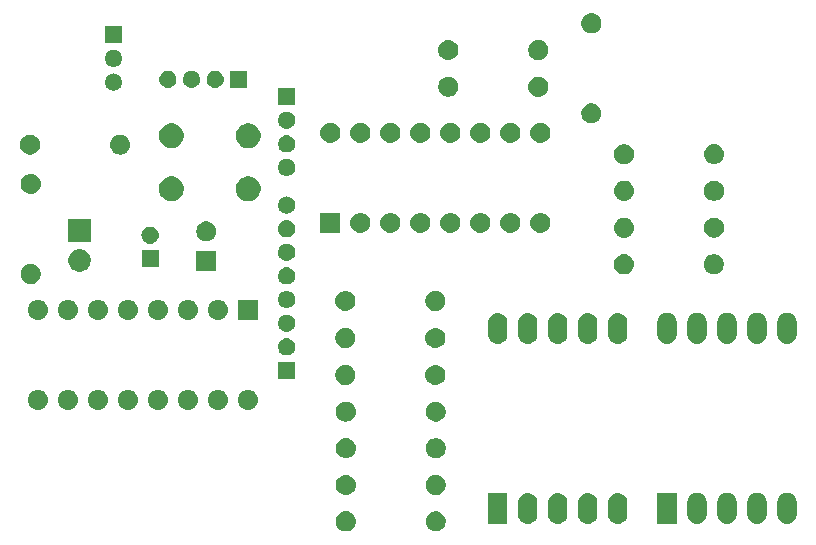
<source format=gbr>
G04 #@! TF.GenerationSoftware,KiCad,Pcbnew,(5.1.2)-1*
G04 #@! TF.CreationDate,2019-07-05T22:38:24-05:00*
G04 #@! TF.ProjectId,Proyecto,50726f79-6563-4746-9f2e-6b696361645f,rev?*
G04 #@! TF.SameCoordinates,Original*
G04 #@! TF.FileFunction,Soldermask,Top*
G04 #@! TF.FilePolarity,Negative*
%FSLAX46Y46*%
G04 Gerber Fmt 4.6, Leading zero omitted, Abs format (unit mm)*
G04 Created by KiCad (PCBNEW (5.1.2)-1) date 2019-07-05 22:38:24*
%MOMM*%
%LPD*%
G04 APERTURE LIST*
%ADD10C,0.100000*%
G04 APERTURE END LIST*
D10*
G36*
X143275628Y-102077103D02*
G01*
X143430500Y-102141253D01*
X143569881Y-102234385D01*
X143688415Y-102352919D01*
X143781547Y-102492300D01*
X143845697Y-102647172D01*
X143878400Y-102811584D01*
X143878400Y-102979216D01*
X143845697Y-103143628D01*
X143781547Y-103298500D01*
X143688415Y-103437881D01*
X143569881Y-103556415D01*
X143430500Y-103649547D01*
X143275628Y-103713697D01*
X143111216Y-103746400D01*
X142943584Y-103746400D01*
X142779172Y-103713697D01*
X142624300Y-103649547D01*
X142484919Y-103556415D01*
X142366385Y-103437881D01*
X142273253Y-103298500D01*
X142209103Y-103143628D01*
X142176400Y-102979216D01*
X142176400Y-102811584D01*
X142209103Y-102647172D01*
X142273253Y-102492300D01*
X142366385Y-102352919D01*
X142484919Y-102234385D01*
X142624300Y-102141253D01*
X142779172Y-102077103D01*
X142943584Y-102044400D01*
X143111216Y-102044400D01*
X143275628Y-102077103D01*
X143275628Y-102077103D01*
G37*
G36*
X135574223Y-102056713D02*
G01*
X135734642Y-102105376D01*
X135801761Y-102141252D01*
X135882478Y-102184396D01*
X136012059Y-102290741D01*
X136118404Y-102420322D01*
X136118405Y-102420324D01*
X136197424Y-102568158D01*
X136246087Y-102728577D01*
X136262517Y-102895400D01*
X136246087Y-103062223D01*
X136197424Y-103222642D01*
X136156877Y-103298500D01*
X136118404Y-103370478D01*
X136012059Y-103500059D01*
X135882478Y-103606404D01*
X135882476Y-103606405D01*
X135734642Y-103685424D01*
X135574223Y-103734087D01*
X135449204Y-103746400D01*
X135365596Y-103746400D01*
X135240577Y-103734087D01*
X135080158Y-103685424D01*
X134932324Y-103606405D01*
X134932322Y-103606404D01*
X134802741Y-103500059D01*
X134696396Y-103370478D01*
X134657923Y-103298500D01*
X134617376Y-103222642D01*
X134568713Y-103062223D01*
X134552283Y-102895400D01*
X134568713Y-102728577D01*
X134617376Y-102568158D01*
X134696395Y-102420324D01*
X134696396Y-102420322D01*
X134802741Y-102290741D01*
X134932322Y-102184396D01*
X135013039Y-102141252D01*
X135080158Y-102105376D01*
X135240577Y-102056713D01*
X135365596Y-102044400D01*
X135449204Y-102044400D01*
X135574223Y-102056713D01*
X135574223Y-102056713D01*
G37*
G36*
X156064575Y-100501964D02*
G01*
X156217826Y-100548452D01*
X156217829Y-100548453D01*
X156359063Y-100623944D01*
X156482859Y-100725541D01*
X156584456Y-100849337D01*
X156659947Y-100990570D01*
X156659947Y-100990571D01*
X156659948Y-100990573D01*
X156706436Y-101143824D01*
X156718200Y-101263267D01*
X156718200Y-102343133D01*
X156706436Y-102462576D01*
X156697419Y-102492300D01*
X156659947Y-102615830D01*
X156584456Y-102757063D01*
X156482859Y-102880859D01*
X156359063Y-102982456D01*
X156217830Y-103057947D01*
X156217827Y-103057948D01*
X156064576Y-103104436D01*
X155905200Y-103120133D01*
X155745825Y-103104436D01*
X155592574Y-103057948D01*
X155592571Y-103057947D01*
X155451338Y-102982456D01*
X155327542Y-102880859D01*
X155225945Y-102757063D01*
X155150454Y-102615830D01*
X155112982Y-102492300D01*
X155103965Y-102462576D01*
X155092201Y-102343133D01*
X155092200Y-101263268D01*
X155103964Y-101143825D01*
X155150452Y-100990574D01*
X155150453Y-100990571D01*
X155225944Y-100849337D01*
X155327541Y-100725541D01*
X155451337Y-100623944D01*
X155592570Y-100548453D01*
X155592573Y-100548452D01*
X155745824Y-100501964D01*
X155905200Y-100486267D01*
X156064575Y-100501964D01*
X156064575Y-100501964D01*
G37*
G36*
X158604575Y-100501964D02*
G01*
X158757826Y-100548452D01*
X158757829Y-100548453D01*
X158899063Y-100623944D01*
X159022859Y-100725541D01*
X159124456Y-100849337D01*
X159199947Y-100990570D01*
X159199947Y-100990571D01*
X159199948Y-100990573D01*
X159246436Y-101143824D01*
X159258200Y-101263267D01*
X159258200Y-102343133D01*
X159246436Y-102462576D01*
X159237419Y-102492300D01*
X159199947Y-102615830D01*
X159124456Y-102757063D01*
X159022859Y-102880859D01*
X158899063Y-102982456D01*
X158757830Y-103057947D01*
X158757827Y-103057948D01*
X158604576Y-103104436D01*
X158445200Y-103120133D01*
X158285825Y-103104436D01*
X158132574Y-103057948D01*
X158132571Y-103057947D01*
X157991338Y-102982456D01*
X157867542Y-102880859D01*
X157765945Y-102757063D01*
X157690454Y-102615830D01*
X157652982Y-102492300D01*
X157643965Y-102462576D01*
X157632201Y-102343133D01*
X157632200Y-101263268D01*
X157643964Y-101143825D01*
X157690452Y-100990574D01*
X157690453Y-100990571D01*
X157765944Y-100849337D01*
X157867541Y-100725541D01*
X157991337Y-100623944D01*
X158132570Y-100548453D01*
X158132573Y-100548452D01*
X158285824Y-100501964D01*
X158445200Y-100486267D01*
X158604575Y-100501964D01*
X158604575Y-100501964D01*
G37*
G36*
X153524575Y-100501964D02*
G01*
X153677826Y-100548452D01*
X153677829Y-100548453D01*
X153819063Y-100623944D01*
X153942859Y-100725541D01*
X154044456Y-100849337D01*
X154119947Y-100990570D01*
X154119947Y-100990571D01*
X154119948Y-100990573D01*
X154166436Y-101143824D01*
X154178200Y-101263267D01*
X154178200Y-102343133D01*
X154166436Y-102462576D01*
X154157419Y-102492300D01*
X154119947Y-102615830D01*
X154044456Y-102757063D01*
X153942859Y-102880859D01*
X153819063Y-102982456D01*
X153677830Y-103057947D01*
X153677827Y-103057948D01*
X153524576Y-103104436D01*
X153365200Y-103120133D01*
X153205825Y-103104436D01*
X153052574Y-103057948D01*
X153052571Y-103057947D01*
X152911338Y-102982456D01*
X152787542Y-102880859D01*
X152685945Y-102757063D01*
X152610454Y-102615830D01*
X152572982Y-102492300D01*
X152563965Y-102462576D01*
X152552201Y-102343133D01*
X152552200Y-101263268D01*
X152563964Y-101143825D01*
X152610452Y-100990574D01*
X152610453Y-100990571D01*
X152685944Y-100849337D01*
X152787541Y-100725541D01*
X152911337Y-100623944D01*
X153052570Y-100548453D01*
X153052573Y-100548452D01*
X153205824Y-100501964D01*
X153365200Y-100486267D01*
X153524575Y-100501964D01*
X153524575Y-100501964D01*
G37*
G36*
X150984575Y-100501964D02*
G01*
X151137826Y-100548452D01*
X151137829Y-100548453D01*
X151279063Y-100623944D01*
X151402859Y-100725541D01*
X151504456Y-100849337D01*
X151579947Y-100990570D01*
X151579947Y-100990571D01*
X151579948Y-100990573D01*
X151626436Y-101143824D01*
X151638200Y-101263267D01*
X151638200Y-102343133D01*
X151626436Y-102462576D01*
X151617419Y-102492300D01*
X151579947Y-102615830D01*
X151504456Y-102757063D01*
X151402859Y-102880859D01*
X151279063Y-102982456D01*
X151137830Y-103057947D01*
X151137827Y-103057948D01*
X150984576Y-103104436D01*
X150825200Y-103120133D01*
X150665825Y-103104436D01*
X150512574Y-103057948D01*
X150512571Y-103057947D01*
X150371338Y-102982456D01*
X150247542Y-102880859D01*
X150145945Y-102757063D01*
X150070454Y-102615830D01*
X150032982Y-102492300D01*
X150023965Y-102462576D01*
X150012201Y-102343133D01*
X150012200Y-101263268D01*
X150023964Y-101143825D01*
X150070452Y-100990574D01*
X150070453Y-100990571D01*
X150145944Y-100849337D01*
X150247541Y-100725541D01*
X150371337Y-100623944D01*
X150512570Y-100548453D01*
X150512573Y-100548452D01*
X150665824Y-100501964D01*
X150825200Y-100486267D01*
X150984575Y-100501964D01*
X150984575Y-100501964D01*
G37*
G36*
X149098200Y-103116200D02*
G01*
X147472200Y-103116200D01*
X147472200Y-100490200D01*
X149098200Y-100490200D01*
X149098200Y-103116200D01*
X149098200Y-103116200D01*
G37*
G36*
X165310175Y-100476564D02*
G01*
X165463426Y-100523052D01*
X165463429Y-100523053D01*
X165604663Y-100598544D01*
X165728459Y-100700141D01*
X165830056Y-100823937D01*
X165905547Y-100965170D01*
X165905547Y-100965171D01*
X165905548Y-100965173D01*
X165952036Y-101118424D01*
X165963800Y-101237867D01*
X165963800Y-102317733D01*
X165952036Y-102437176D01*
X165944331Y-102462576D01*
X165905547Y-102590430D01*
X165830056Y-102731663D01*
X165728459Y-102855459D01*
X165604663Y-102957056D01*
X165463430Y-103032547D01*
X165463427Y-103032548D01*
X165310176Y-103079036D01*
X165150800Y-103094733D01*
X164991425Y-103079036D01*
X164838174Y-103032548D01*
X164838171Y-103032547D01*
X164696938Y-102957056D01*
X164573142Y-102855459D01*
X164471545Y-102731663D01*
X164396054Y-102590430D01*
X164357270Y-102462576D01*
X164349565Y-102437176D01*
X164337801Y-102317733D01*
X164337800Y-101237868D01*
X164349564Y-101118425D01*
X164396052Y-100965174D01*
X164396053Y-100965171D01*
X164471544Y-100823937D01*
X164573141Y-100700141D01*
X164696937Y-100598544D01*
X164838170Y-100523053D01*
X164838173Y-100523052D01*
X164991424Y-100476564D01*
X165150800Y-100460867D01*
X165310175Y-100476564D01*
X165310175Y-100476564D01*
G37*
G36*
X167850175Y-100476564D02*
G01*
X168003426Y-100523052D01*
X168003429Y-100523053D01*
X168144663Y-100598544D01*
X168268459Y-100700141D01*
X168370056Y-100823937D01*
X168445547Y-100965170D01*
X168445547Y-100965171D01*
X168445548Y-100965173D01*
X168492036Y-101118424D01*
X168503800Y-101237867D01*
X168503800Y-102317733D01*
X168492036Y-102437176D01*
X168484331Y-102462576D01*
X168445547Y-102590430D01*
X168370056Y-102731663D01*
X168268459Y-102855459D01*
X168144663Y-102957056D01*
X168003430Y-103032547D01*
X168003427Y-103032548D01*
X167850176Y-103079036D01*
X167690800Y-103094733D01*
X167531425Y-103079036D01*
X167378174Y-103032548D01*
X167378171Y-103032547D01*
X167236938Y-102957056D01*
X167113142Y-102855459D01*
X167011545Y-102731663D01*
X166936054Y-102590430D01*
X166897270Y-102462576D01*
X166889565Y-102437176D01*
X166877801Y-102317733D01*
X166877800Y-101237868D01*
X166889564Y-101118425D01*
X166936052Y-100965174D01*
X166936053Y-100965171D01*
X167011544Y-100823937D01*
X167113141Y-100700141D01*
X167236937Y-100598544D01*
X167378170Y-100523053D01*
X167378173Y-100523052D01*
X167531424Y-100476564D01*
X167690800Y-100460867D01*
X167850175Y-100476564D01*
X167850175Y-100476564D01*
G37*
G36*
X170390175Y-100476564D02*
G01*
X170543426Y-100523052D01*
X170543429Y-100523053D01*
X170684663Y-100598544D01*
X170808459Y-100700141D01*
X170910056Y-100823937D01*
X170985547Y-100965170D01*
X170985547Y-100965171D01*
X170985548Y-100965173D01*
X171032036Y-101118424D01*
X171043800Y-101237867D01*
X171043800Y-102317733D01*
X171032036Y-102437176D01*
X171024331Y-102462576D01*
X170985547Y-102590430D01*
X170910056Y-102731663D01*
X170808459Y-102855459D01*
X170684663Y-102957056D01*
X170543430Y-103032547D01*
X170543427Y-103032548D01*
X170390176Y-103079036D01*
X170230800Y-103094733D01*
X170071425Y-103079036D01*
X169918174Y-103032548D01*
X169918171Y-103032547D01*
X169776938Y-102957056D01*
X169653142Y-102855459D01*
X169551545Y-102731663D01*
X169476054Y-102590430D01*
X169437270Y-102462576D01*
X169429565Y-102437176D01*
X169417801Y-102317733D01*
X169417800Y-101237868D01*
X169429564Y-101118425D01*
X169476052Y-100965174D01*
X169476053Y-100965171D01*
X169551544Y-100823937D01*
X169653141Y-100700141D01*
X169776937Y-100598544D01*
X169918170Y-100523053D01*
X169918173Y-100523052D01*
X170071424Y-100476564D01*
X170230800Y-100460867D01*
X170390175Y-100476564D01*
X170390175Y-100476564D01*
G37*
G36*
X172930175Y-100476564D02*
G01*
X173083426Y-100523052D01*
X173083429Y-100523053D01*
X173224663Y-100598544D01*
X173348459Y-100700141D01*
X173450056Y-100823937D01*
X173525547Y-100965170D01*
X173525547Y-100965171D01*
X173525548Y-100965173D01*
X173572036Y-101118424D01*
X173583800Y-101237867D01*
X173583800Y-102317733D01*
X173572036Y-102437176D01*
X173564331Y-102462576D01*
X173525547Y-102590430D01*
X173450056Y-102731663D01*
X173348459Y-102855459D01*
X173224663Y-102957056D01*
X173083430Y-103032547D01*
X173083427Y-103032548D01*
X172930176Y-103079036D01*
X172770800Y-103094733D01*
X172611425Y-103079036D01*
X172458174Y-103032548D01*
X172458171Y-103032547D01*
X172316938Y-102957056D01*
X172193142Y-102855459D01*
X172091545Y-102731663D01*
X172016054Y-102590430D01*
X171977270Y-102462576D01*
X171969565Y-102437176D01*
X171957801Y-102317733D01*
X171957800Y-101237868D01*
X171969564Y-101118425D01*
X172016052Y-100965174D01*
X172016053Y-100965171D01*
X172091544Y-100823937D01*
X172193141Y-100700141D01*
X172316937Y-100598544D01*
X172458170Y-100523053D01*
X172458173Y-100523052D01*
X172611424Y-100476564D01*
X172770800Y-100460867D01*
X172930175Y-100476564D01*
X172930175Y-100476564D01*
G37*
G36*
X163423800Y-103090800D02*
G01*
X161797800Y-103090800D01*
X161797800Y-100464800D01*
X163423800Y-100464800D01*
X163423800Y-103090800D01*
X163423800Y-103090800D01*
G37*
G36*
X143275628Y-99003703D02*
G01*
X143430500Y-99067853D01*
X143569881Y-99160985D01*
X143688415Y-99279519D01*
X143781547Y-99418900D01*
X143845697Y-99573772D01*
X143878400Y-99738184D01*
X143878400Y-99905816D01*
X143845697Y-100070228D01*
X143781547Y-100225100D01*
X143688415Y-100364481D01*
X143569881Y-100483015D01*
X143430500Y-100576147D01*
X143275628Y-100640297D01*
X143111216Y-100673000D01*
X142943584Y-100673000D01*
X142779172Y-100640297D01*
X142624300Y-100576147D01*
X142484919Y-100483015D01*
X142366385Y-100364481D01*
X142273253Y-100225100D01*
X142209103Y-100070228D01*
X142176400Y-99905816D01*
X142176400Y-99738184D01*
X142209103Y-99573772D01*
X142273253Y-99418900D01*
X142366385Y-99279519D01*
X142484919Y-99160985D01*
X142624300Y-99067853D01*
X142779172Y-99003703D01*
X142943584Y-98971000D01*
X143111216Y-98971000D01*
X143275628Y-99003703D01*
X143275628Y-99003703D01*
G37*
G36*
X135574223Y-98983313D02*
G01*
X135734642Y-99031976D01*
X135801761Y-99067852D01*
X135882478Y-99110996D01*
X136012059Y-99217341D01*
X136118404Y-99346922D01*
X136118405Y-99346924D01*
X136197424Y-99494758D01*
X136246087Y-99655177D01*
X136262517Y-99822000D01*
X136246087Y-99988823D01*
X136197424Y-100149242D01*
X136156877Y-100225100D01*
X136118404Y-100297078D01*
X136012059Y-100426659D01*
X135882478Y-100533004D01*
X135882476Y-100533005D01*
X135734642Y-100612024D01*
X135574223Y-100660687D01*
X135449204Y-100673000D01*
X135365596Y-100673000D01*
X135240577Y-100660687D01*
X135080158Y-100612024D01*
X134932324Y-100533005D01*
X134932322Y-100533004D01*
X134802741Y-100426659D01*
X134696396Y-100297078D01*
X134657923Y-100225100D01*
X134617376Y-100149242D01*
X134568713Y-99988823D01*
X134552283Y-99822000D01*
X134568713Y-99655177D01*
X134617376Y-99494758D01*
X134696395Y-99346924D01*
X134696396Y-99346922D01*
X134802741Y-99217341D01*
X134932322Y-99110996D01*
X135013039Y-99067852D01*
X135080158Y-99031976D01*
X135240577Y-98983313D01*
X135365596Y-98971000D01*
X135449204Y-98971000D01*
X135574223Y-98983313D01*
X135574223Y-98983313D01*
G37*
G36*
X143275628Y-95879503D02*
G01*
X143430500Y-95943653D01*
X143569881Y-96036785D01*
X143688415Y-96155319D01*
X143781547Y-96294700D01*
X143845697Y-96449572D01*
X143878400Y-96613984D01*
X143878400Y-96781616D01*
X143845697Y-96946028D01*
X143781547Y-97100900D01*
X143688415Y-97240281D01*
X143569881Y-97358815D01*
X143430500Y-97451947D01*
X143275628Y-97516097D01*
X143111216Y-97548800D01*
X142943584Y-97548800D01*
X142779172Y-97516097D01*
X142624300Y-97451947D01*
X142484919Y-97358815D01*
X142366385Y-97240281D01*
X142273253Y-97100900D01*
X142209103Y-96946028D01*
X142176400Y-96781616D01*
X142176400Y-96613984D01*
X142209103Y-96449572D01*
X142273253Y-96294700D01*
X142366385Y-96155319D01*
X142484919Y-96036785D01*
X142624300Y-95943653D01*
X142779172Y-95879503D01*
X142943584Y-95846800D01*
X143111216Y-95846800D01*
X143275628Y-95879503D01*
X143275628Y-95879503D01*
G37*
G36*
X135574223Y-95859113D02*
G01*
X135734642Y-95907776D01*
X135801761Y-95943652D01*
X135882478Y-95986796D01*
X136012059Y-96093141D01*
X136118404Y-96222722D01*
X136118405Y-96222724D01*
X136197424Y-96370558D01*
X136246087Y-96530977D01*
X136262517Y-96697800D01*
X136246087Y-96864623D01*
X136197424Y-97025042D01*
X136156877Y-97100900D01*
X136118404Y-97172878D01*
X136012059Y-97302459D01*
X135882478Y-97408804D01*
X135882476Y-97408805D01*
X135734642Y-97487824D01*
X135574223Y-97536487D01*
X135449204Y-97548800D01*
X135365596Y-97548800D01*
X135240577Y-97536487D01*
X135080158Y-97487824D01*
X134932324Y-97408805D01*
X134932322Y-97408804D01*
X134802741Y-97302459D01*
X134696396Y-97172878D01*
X134657923Y-97100900D01*
X134617376Y-97025042D01*
X134568713Y-96864623D01*
X134552283Y-96697800D01*
X134568713Y-96530977D01*
X134617376Y-96370558D01*
X134696395Y-96222724D01*
X134696396Y-96222722D01*
X134802741Y-96093141D01*
X134932322Y-95986796D01*
X135013039Y-95943652D01*
X135080158Y-95907776D01*
X135240577Y-95859113D01*
X135365596Y-95846800D01*
X135449204Y-95846800D01*
X135574223Y-95859113D01*
X135574223Y-95859113D01*
G37*
G36*
X143275628Y-92780703D02*
G01*
X143430500Y-92844853D01*
X143569881Y-92937985D01*
X143688415Y-93056519D01*
X143781547Y-93195900D01*
X143845697Y-93350772D01*
X143878400Y-93515184D01*
X143878400Y-93682816D01*
X143845697Y-93847228D01*
X143781547Y-94002100D01*
X143688415Y-94141481D01*
X143569881Y-94260015D01*
X143430500Y-94353147D01*
X143275628Y-94417297D01*
X143111216Y-94450000D01*
X142943584Y-94450000D01*
X142779172Y-94417297D01*
X142624300Y-94353147D01*
X142484919Y-94260015D01*
X142366385Y-94141481D01*
X142273253Y-94002100D01*
X142209103Y-93847228D01*
X142176400Y-93682816D01*
X142176400Y-93515184D01*
X142209103Y-93350772D01*
X142273253Y-93195900D01*
X142366385Y-93056519D01*
X142484919Y-92937985D01*
X142624300Y-92844853D01*
X142779172Y-92780703D01*
X142943584Y-92748000D01*
X143111216Y-92748000D01*
X143275628Y-92780703D01*
X143275628Y-92780703D01*
G37*
G36*
X135574223Y-92760313D02*
G01*
X135734642Y-92808976D01*
X135801761Y-92844852D01*
X135882478Y-92887996D01*
X136012059Y-92994341D01*
X136118404Y-93123922D01*
X136118405Y-93123924D01*
X136197424Y-93271758D01*
X136246087Y-93432177D01*
X136262517Y-93599000D01*
X136246087Y-93765823D01*
X136197424Y-93926242D01*
X136156877Y-94002100D01*
X136118404Y-94074078D01*
X136012059Y-94203659D01*
X135882478Y-94310004D01*
X135882476Y-94310005D01*
X135734642Y-94389024D01*
X135574223Y-94437687D01*
X135449204Y-94450000D01*
X135365596Y-94450000D01*
X135240577Y-94437687D01*
X135080158Y-94389024D01*
X134932324Y-94310005D01*
X134932322Y-94310004D01*
X134802741Y-94203659D01*
X134696396Y-94074078D01*
X134657923Y-94002100D01*
X134617376Y-93926242D01*
X134568713Y-93765823D01*
X134552283Y-93599000D01*
X134568713Y-93432177D01*
X134617376Y-93271758D01*
X134696395Y-93123924D01*
X134696396Y-93123922D01*
X134802741Y-92994341D01*
X134932322Y-92887996D01*
X135013039Y-92844852D01*
X135080158Y-92808976D01*
X135240577Y-92760313D01*
X135365596Y-92748000D01*
X135449204Y-92748000D01*
X135574223Y-92760313D01*
X135574223Y-92760313D01*
G37*
G36*
X127293823Y-91769713D02*
G01*
X127454242Y-91818376D01*
X127586906Y-91889286D01*
X127602078Y-91897396D01*
X127731659Y-92003741D01*
X127838004Y-92133322D01*
X127838005Y-92133324D01*
X127917024Y-92281158D01*
X127965687Y-92441577D01*
X127982117Y-92608400D01*
X127965687Y-92775223D01*
X127917024Y-92935642D01*
X127852414Y-93056519D01*
X127838004Y-93083478D01*
X127731659Y-93213059D01*
X127602078Y-93319404D01*
X127602076Y-93319405D01*
X127454242Y-93398424D01*
X127293823Y-93447087D01*
X127168804Y-93459400D01*
X127085196Y-93459400D01*
X126960177Y-93447087D01*
X126799758Y-93398424D01*
X126651924Y-93319405D01*
X126651922Y-93319404D01*
X126522341Y-93213059D01*
X126415996Y-93083478D01*
X126401586Y-93056519D01*
X126336976Y-92935642D01*
X126288313Y-92775223D01*
X126271883Y-92608400D01*
X126288313Y-92441577D01*
X126336976Y-92281158D01*
X126415995Y-92133324D01*
X126415996Y-92133322D01*
X126522341Y-92003741D01*
X126651922Y-91897396D01*
X126667094Y-91889286D01*
X126799758Y-91818376D01*
X126960177Y-91769713D01*
X127085196Y-91757400D01*
X127168804Y-91757400D01*
X127293823Y-91769713D01*
X127293823Y-91769713D01*
G37*
G36*
X124753823Y-91769713D02*
G01*
X124914242Y-91818376D01*
X125046906Y-91889286D01*
X125062078Y-91897396D01*
X125191659Y-92003741D01*
X125298004Y-92133322D01*
X125298005Y-92133324D01*
X125377024Y-92281158D01*
X125425687Y-92441577D01*
X125442117Y-92608400D01*
X125425687Y-92775223D01*
X125377024Y-92935642D01*
X125312414Y-93056519D01*
X125298004Y-93083478D01*
X125191659Y-93213059D01*
X125062078Y-93319404D01*
X125062076Y-93319405D01*
X124914242Y-93398424D01*
X124753823Y-93447087D01*
X124628804Y-93459400D01*
X124545196Y-93459400D01*
X124420177Y-93447087D01*
X124259758Y-93398424D01*
X124111924Y-93319405D01*
X124111922Y-93319404D01*
X123982341Y-93213059D01*
X123875996Y-93083478D01*
X123861586Y-93056519D01*
X123796976Y-92935642D01*
X123748313Y-92775223D01*
X123731883Y-92608400D01*
X123748313Y-92441577D01*
X123796976Y-92281158D01*
X123875995Y-92133324D01*
X123875996Y-92133322D01*
X123982341Y-92003741D01*
X124111922Y-91897396D01*
X124127094Y-91889286D01*
X124259758Y-91818376D01*
X124420177Y-91769713D01*
X124545196Y-91757400D01*
X124628804Y-91757400D01*
X124753823Y-91769713D01*
X124753823Y-91769713D01*
G37*
G36*
X122213823Y-91769713D02*
G01*
X122374242Y-91818376D01*
X122506906Y-91889286D01*
X122522078Y-91897396D01*
X122651659Y-92003741D01*
X122758004Y-92133322D01*
X122758005Y-92133324D01*
X122837024Y-92281158D01*
X122885687Y-92441577D01*
X122902117Y-92608400D01*
X122885687Y-92775223D01*
X122837024Y-92935642D01*
X122772414Y-93056519D01*
X122758004Y-93083478D01*
X122651659Y-93213059D01*
X122522078Y-93319404D01*
X122522076Y-93319405D01*
X122374242Y-93398424D01*
X122213823Y-93447087D01*
X122088804Y-93459400D01*
X122005196Y-93459400D01*
X121880177Y-93447087D01*
X121719758Y-93398424D01*
X121571924Y-93319405D01*
X121571922Y-93319404D01*
X121442341Y-93213059D01*
X121335996Y-93083478D01*
X121321586Y-93056519D01*
X121256976Y-92935642D01*
X121208313Y-92775223D01*
X121191883Y-92608400D01*
X121208313Y-92441577D01*
X121256976Y-92281158D01*
X121335995Y-92133324D01*
X121335996Y-92133322D01*
X121442341Y-92003741D01*
X121571922Y-91897396D01*
X121587094Y-91889286D01*
X121719758Y-91818376D01*
X121880177Y-91769713D01*
X122005196Y-91757400D01*
X122088804Y-91757400D01*
X122213823Y-91769713D01*
X122213823Y-91769713D01*
G37*
G36*
X119673823Y-91769713D02*
G01*
X119834242Y-91818376D01*
X119966906Y-91889286D01*
X119982078Y-91897396D01*
X120111659Y-92003741D01*
X120218004Y-92133322D01*
X120218005Y-92133324D01*
X120297024Y-92281158D01*
X120345687Y-92441577D01*
X120362117Y-92608400D01*
X120345687Y-92775223D01*
X120297024Y-92935642D01*
X120232414Y-93056519D01*
X120218004Y-93083478D01*
X120111659Y-93213059D01*
X119982078Y-93319404D01*
X119982076Y-93319405D01*
X119834242Y-93398424D01*
X119673823Y-93447087D01*
X119548804Y-93459400D01*
X119465196Y-93459400D01*
X119340177Y-93447087D01*
X119179758Y-93398424D01*
X119031924Y-93319405D01*
X119031922Y-93319404D01*
X118902341Y-93213059D01*
X118795996Y-93083478D01*
X118781586Y-93056519D01*
X118716976Y-92935642D01*
X118668313Y-92775223D01*
X118651883Y-92608400D01*
X118668313Y-92441577D01*
X118716976Y-92281158D01*
X118795995Y-92133324D01*
X118795996Y-92133322D01*
X118902341Y-92003741D01*
X119031922Y-91897396D01*
X119047094Y-91889286D01*
X119179758Y-91818376D01*
X119340177Y-91769713D01*
X119465196Y-91757400D01*
X119548804Y-91757400D01*
X119673823Y-91769713D01*
X119673823Y-91769713D01*
G37*
G36*
X117133823Y-91769713D02*
G01*
X117294242Y-91818376D01*
X117426906Y-91889286D01*
X117442078Y-91897396D01*
X117571659Y-92003741D01*
X117678004Y-92133322D01*
X117678005Y-92133324D01*
X117757024Y-92281158D01*
X117805687Y-92441577D01*
X117822117Y-92608400D01*
X117805687Y-92775223D01*
X117757024Y-92935642D01*
X117692414Y-93056519D01*
X117678004Y-93083478D01*
X117571659Y-93213059D01*
X117442078Y-93319404D01*
X117442076Y-93319405D01*
X117294242Y-93398424D01*
X117133823Y-93447087D01*
X117008804Y-93459400D01*
X116925196Y-93459400D01*
X116800177Y-93447087D01*
X116639758Y-93398424D01*
X116491924Y-93319405D01*
X116491922Y-93319404D01*
X116362341Y-93213059D01*
X116255996Y-93083478D01*
X116241586Y-93056519D01*
X116176976Y-92935642D01*
X116128313Y-92775223D01*
X116111883Y-92608400D01*
X116128313Y-92441577D01*
X116176976Y-92281158D01*
X116255995Y-92133324D01*
X116255996Y-92133322D01*
X116362341Y-92003741D01*
X116491922Y-91897396D01*
X116507094Y-91889286D01*
X116639758Y-91818376D01*
X116800177Y-91769713D01*
X116925196Y-91757400D01*
X117008804Y-91757400D01*
X117133823Y-91769713D01*
X117133823Y-91769713D01*
G37*
G36*
X114593823Y-91769713D02*
G01*
X114754242Y-91818376D01*
X114886906Y-91889286D01*
X114902078Y-91897396D01*
X115031659Y-92003741D01*
X115138004Y-92133322D01*
X115138005Y-92133324D01*
X115217024Y-92281158D01*
X115265687Y-92441577D01*
X115282117Y-92608400D01*
X115265687Y-92775223D01*
X115217024Y-92935642D01*
X115152414Y-93056519D01*
X115138004Y-93083478D01*
X115031659Y-93213059D01*
X114902078Y-93319404D01*
X114902076Y-93319405D01*
X114754242Y-93398424D01*
X114593823Y-93447087D01*
X114468804Y-93459400D01*
X114385196Y-93459400D01*
X114260177Y-93447087D01*
X114099758Y-93398424D01*
X113951924Y-93319405D01*
X113951922Y-93319404D01*
X113822341Y-93213059D01*
X113715996Y-93083478D01*
X113701586Y-93056519D01*
X113636976Y-92935642D01*
X113588313Y-92775223D01*
X113571883Y-92608400D01*
X113588313Y-92441577D01*
X113636976Y-92281158D01*
X113715995Y-92133324D01*
X113715996Y-92133322D01*
X113822341Y-92003741D01*
X113951922Y-91897396D01*
X113967094Y-91889286D01*
X114099758Y-91818376D01*
X114260177Y-91769713D01*
X114385196Y-91757400D01*
X114468804Y-91757400D01*
X114593823Y-91769713D01*
X114593823Y-91769713D01*
G37*
G36*
X112053823Y-91769713D02*
G01*
X112214242Y-91818376D01*
X112346906Y-91889286D01*
X112362078Y-91897396D01*
X112491659Y-92003741D01*
X112598004Y-92133322D01*
X112598005Y-92133324D01*
X112677024Y-92281158D01*
X112725687Y-92441577D01*
X112742117Y-92608400D01*
X112725687Y-92775223D01*
X112677024Y-92935642D01*
X112612414Y-93056519D01*
X112598004Y-93083478D01*
X112491659Y-93213059D01*
X112362078Y-93319404D01*
X112362076Y-93319405D01*
X112214242Y-93398424D01*
X112053823Y-93447087D01*
X111928804Y-93459400D01*
X111845196Y-93459400D01*
X111720177Y-93447087D01*
X111559758Y-93398424D01*
X111411924Y-93319405D01*
X111411922Y-93319404D01*
X111282341Y-93213059D01*
X111175996Y-93083478D01*
X111161586Y-93056519D01*
X111096976Y-92935642D01*
X111048313Y-92775223D01*
X111031883Y-92608400D01*
X111048313Y-92441577D01*
X111096976Y-92281158D01*
X111175995Y-92133324D01*
X111175996Y-92133322D01*
X111282341Y-92003741D01*
X111411922Y-91897396D01*
X111427094Y-91889286D01*
X111559758Y-91818376D01*
X111720177Y-91769713D01*
X111845196Y-91757400D01*
X111928804Y-91757400D01*
X112053823Y-91769713D01*
X112053823Y-91769713D01*
G37*
G36*
X109513823Y-91769713D02*
G01*
X109674242Y-91818376D01*
X109806906Y-91889286D01*
X109822078Y-91897396D01*
X109951659Y-92003741D01*
X110058004Y-92133322D01*
X110058005Y-92133324D01*
X110137024Y-92281158D01*
X110185687Y-92441577D01*
X110202117Y-92608400D01*
X110185687Y-92775223D01*
X110137024Y-92935642D01*
X110072414Y-93056519D01*
X110058004Y-93083478D01*
X109951659Y-93213059D01*
X109822078Y-93319404D01*
X109822076Y-93319405D01*
X109674242Y-93398424D01*
X109513823Y-93447087D01*
X109388804Y-93459400D01*
X109305196Y-93459400D01*
X109180177Y-93447087D01*
X109019758Y-93398424D01*
X108871924Y-93319405D01*
X108871922Y-93319404D01*
X108742341Y-93213059D01*
X108635996Y-93083478D01*
X108621586Y-93056519D01*
X108556976Y-92935642D01*
X108508313Y-92775223D01*
X108491883Y-92608400D01*
X108508313Y-92441577D01*
X108556976Y-92281158D01*
X108635995Y-92133324D01*
X108635996Y-92133322D01*
X108742341Y-92003741D01*
X108871922Y-91897396D01*
X108887094Y-91889286D01*
X109019758Y-91818376D01*
X109180177Y-91769713D01*
X109305196Y-91757400D01*
X109388804Y-91757400D01*
X109513823Y-91769713D01*
X109513823Y-91769713D01*
G37*
G36*
X143168823Y-89661513D02*
G01*
X143329242Y-89710176D01*
X143396361Y-89746052D01*
X143477078Y-89789196D01*
X143606659Y-89895541D01*
X143713004Y-90025122D01*
X143713005Y-90025124D01*
X143792024Y-90172958D01*
X143840687Y-90333377D01*
X143857117Y-90500200D01*
X143840687Y-90667023D01*
X143792024Y-90827442D01*
X143751477Y-90903300D01*
X143713004Y-90975278D01*
X143606659Y-91104859D01*
X143477078Y-91211204D01*
X143477076Y-91211205D01*
X143329242Y-91290224D01*
X143168823Y-91338887D01*
X143043804Y-91351200D01*
X142960196Y-91351200D01*
X142835177Y-91338887D01*
X142674758Y-91290224D01*
X142526924Y-91211205D01*
X142526922Y-91211204D01*
X142397341Y-91104859D01*
X142290996Y-90975278D01*
X142252523Y-90903300D01*
X142211976Y-90827442D01*
X142163313Y-90667023D01*
X142146883Y-90500200D01*
X142163313Y-90333377D01*
X142211976Y-90172958D01*
X142290995Y-90025124D01*
X142290996Y-90025122D01*
X142397341Y-89895541D01*
X142526922Y-89789196D01*
X142607639Y-89746052D01*
X142674758Y-89710176D01*
X142835177Y-89661513D01*
X142960196Y-89649200D01*
X143043804Y-89649200D01*
X143168823Y-89661513D01*
X143168823Y-89661513D01*
G37*
G36*
X135630228Y-89681903D02*
G01*
X135785100Y-89746053D01*
X135924481Y-89839185D01*
X136043015Y-89957719D01*
X136136147Y-90097100D01*
X136200297Y-90251972D01*
X136233000Y-90416384D01*
X136233000Y-90584016D01*
X136200297Y-90748428D01*
X136136147Y-90903300D01*
X136043015Y-91042681D01*
X135924481Y-91161215D01*
X135785100Y-91254347D01*
X135630228Y-91318497D01*
X135465816Y-91351200D01*
X135298184Y-91351200D01*
X135133772Y-91318497D01*
X134978900Y-91254347D01*
X134839519Y-91161215D01*
X134720985Y-91042681D01*
X134627853Y-90903300D01*
X134563703Y-90748428D01*
X134531000Y-90584016D01*
X134531000Y-90416384D01*
X134563703Y-90251972D01*
X134627853Y-90097100D01*
X134720985Y-89957719D01*
X134839519Y-89839185D01*
X134978900Y-89746053D01*
X135133772Y-89681903D01*
X135298184Y-89649200D01*
X135465816Y-89649200D01*
X135630228Y-89681903D01*
X135630228Y-89681903D01*
G37*
G36*
X131129600Y-90837600D02*
G01*
X129677600Y-90837600D01*
X129677600Y-89385600D01*
X131129600Y-89385600D01*
X131129600Y-90837600D01*
X131129600Y-90837600D01*
G37*
G36*
X130474813Y-87389102D02*
G01*
X130545921Y-87396105D01*
X130682772Y-87437619D01*
X130682775Y-87437620D01*
X130808894Y-87505032D01*
X130919443Y-87595757D01*
X131010168Y-87706306D01*
X131077580Y-87832425D01*
X131077581Y-87832428D01*
X131119095Y-87969279D01*
X131133112Y-88111600D01*
X131119095Y-88253921D01*
X131077581Y-88390772D01*
X131077580Y-88390775D01*
X131010168Y-88516894D01*
X130919443Y-88627443D01*
X130808894Y-88718168D01*
X130682775Y-88785580D01*
X130682772Y-88785581D01*
X130545921Y-88827095D01*
X130474813Y-88834098D01*
X130439260Y-88837600D01*
X130367940Y-88837600D01*
X130332387Y-88834098D01*
X130261279Y-88827095D01*
X130124428Y-88785581D01*
X130124425Y-88785580D01*
X129998306Y-88718168D01*
X129887757Y-88627443D01*
X129797032Y-88516894D01*
X129729620Y-88390775D01*
X129729619Y-88390772D01*
X129688105Y-88253921D01*
X129674088Y-88111600D01*
X129688105Y-87969279D01*
X129729619Y-87832428D01*
X129729620Y-87832425D01*
X129797032Y-87706306D01*
X129887757Y-87595757D01*
X129998306Y-87505032D01*
X130124425Y-87437620D01*
X130124428Y-87437619D01*
X130261279Y-87396105D01*
X130332387Y-87389102D01*
X130367940Y-87385600D01*
X130439260Y-87385600D01*
X130474813Y-87389102D01*
X130474813Y-87389102D01*
G37*
G36*
X143168823Y-86537313D02*
G01*
X143329242Y-86585976D01*
X143396361Y-86621852D01*
X143477078Y-86664996D01*
X143606659Y-86771341D01*
X143713004Y-86900922D01*
X143713005Y-86900924D01*
X143792024Y-87048758D01*
X143840687Y-87209177D01*
X143857117Y-87376000D01*
X143840687Y-87542823D01*
X143792024Y-87703242D01*
X143751477Y-87779100D01*
X143713004Y-87851078D01*
X143606659Y-87980659D01*
X143477078Y-88087004D01*
X143477076Y-88087005D01*
X143329242Y-88166024D01*
X143168823Y-88214687D01*
X143043804Y-88227000D01*
X142960196Y-88227000D01*
X142835177Y-88214687D01*
X142674758Y-88166024D01*
X142526924Y-88087005D01*
X142526922Y-88087004D01*
X142397341Y-87980659D01*
X142290996Y-87851078D01*
X142252523Y-87779100D01*
X142211976Y-87703242D01*
X142163313Y-87542823D01*
X142146883Y-87376000D01*
X142163313Y-87209177D01*
X142211976Y-87048758D01*
X142290995Y-86900924D01*
X142290996Y-86900922D01*
X142397341Y-86771341D01*
X142526922Y-86664996D01*
X142607639Y-86621852D01*
X142674758Y-86585976D01*
X142835177Y-86537313D01*
X142960196Y-86525000D01*
X143043804Y-86525000D01*
X143168823Y-86537313D01*
X143168823Y-86537313D01*
G37*
G36*
X135630228Y-86557703D02*
G01*
X135785100Y-86621853D01*
X135924481Y-86714985D01*
X136043015Y-86833519D01*
X136136147Y-86972900D01*
X136200297Y-87127772D01*
X136233000Y-87292184D01*
X136233000Y-87459816D01*
X136200297Y-87624228D01*
X136136147Y-87779100D01*
X136043015Y-87918481D01*
X135924481Y-88037015D01*
X135785100Y-88130147D01*
X135630228Y-88194297D01*
X135465816Y-88227000D01*
X135298184Y-88227000D01*
X135133772Y-88194297D01*
X134978900Y-88130147D01*
X134839519Y-88037015D01*
X134720985Y-87918481D01*
X134627853Y-87779100D01*
X134563703Y-87624228D01*
X134531000Y-87459816D01*
X134531000Y-87292184D01*
X134563703Y-87127772D01*
X134627853Y-86972900D01*
X134720985Y-86833519D01*
X134839519Y-86714985D01*
X134978900Y-86621853D01*
X135133772Y-86557703D01*
X135298184Y-86525000D01*
X135465816Y-86525000D01*
X135630228Y-86557703D01*
X135630228Y-86557703D01*
G37*
G36*
X148444575Y-85261964D02*
G01*
X148597826Y-85308452D01*
X148597829Y-85308453D01*
X148739063Y-85383944D01*
X148862859Y-85485541D01*
X148964456Y-85609337D01*
X149039947Y-85750570D01*
X149039947Y-85750571D01*
X149039948Y-85750573D01*
X149086436Y-85903824D01*
X149098200Y-86023267D01*
X149098200Y-87103133D01*
X149086436Y-87222576D01*
X149065320Y-87292185D01*
X149039947Y-87375830D01*
X148964456Y-87517063D01*
X148862859Y-87640859D01*
X148739063Y-87742456D01*
X148597830Y-87817947D01*
X148597827Y-87817948D01*
X148444576Y-87864436D01*
X148285200Y-87880133D01*
X148125825Y-87864436D01*
X147972574Y-87817948D01*
X147972571Y-87817947D01*
X147831338Y-87742456D01*
X147707542Y-87640859D01*
X147605945Y-87517063D01*
X147530454Y-87375830D01*
X147505081Y-87292185D01*
X147483965Y-87222576D01*
X147472201Y-87103133D01*
X147472200Y-86023268D01*
X147483964Y-85903825D01*
X147530452Y-85750574D01*
X147530453Y-85750571D01*
X147605944Y-85609337D01*
X147707541Y-85485541D01*
X147831337Y-85383944D01*
X147972570Y-85308453D01*
X147972573Y-85308452D01*
X148125824Y-85261964D01*
X148285200Y-85246267D01*
X148444575Y-85261964D01*
X148444575Y-85261964D01*
G37*
G36*
X158604575Y-85261964D02*
G01*
X158757826Y-85308452D01*
X158757829Y-85308453D01*
X158899063Y-85383944D01*
X159022859Y-85485541D01*
X159124456Y-85609337D01*
X159199947Y-85750570D01*
X159199947Y-85750571D01*
X159199948Y-85750573D01*
X159246436Y-85903824D01*
X159258200Y-86023267D01*
X159258200Y-87103133D01*
X159246436Y-87222576D01*
X159225320Y-87292185D01*
X159199947Y-87375830D01*
X159124456Y-87517063D01*
X159022859Y-87640859D01*
X158899063Y-87742456D01*
X158757830Y-87817947D01*
X158757827Y-87817948D01*
X158604576Y-87864436D01*
X158445200Y-87880133D01*
X158285825Y-87864436D01*
X158132574Y-87817948D01*
X158132571Y-87817947D01*
X157991338Y-87742456D01*
X157867542Y-87640859D01*
X157765945Y-87517063D01*
X157690454Y-87375830D01*
X157665081Y-87292185D01*
X157643965Y-87222576D01*
X157632201Y-87103133D01*
X157632200Y-86023268D01*
X157643964Y-85903825D01*
X157690452Y-85750574D01*
X157690453Y-85750571D01*
X157765944Y-85609337D01*
X157867541Y-85485541D01*
X157991337Y-85383944D01*
X158132570Y-85308453D01*
X158132573Y-85308452D01*
X158285824Y-85261964D01*
X158445200Y-85246267D01*
X158604575Y-85261964D01*
X158604575Y-85261964D01*
G37*
G36*
X156064575Y-85261964D02*
G01*
X156217826Y-85308452D01*
X156217829Y-85308453D01*
X156359063Y-85383944D01*
X156482859Y-85485541D01*
X156584456Y-85609337D01*
X156659947Y-85750570D01*
X156659947Y-85750571D01*
X156659948Y-85750573D01*
X156706436Y-85903824D01*
X156718200Y-86023267D01*
X156718200Y-87103133D01*
X156706436Y-87222576D01*
X156685320Y-87292185D01*
X156659947Y-87375830D01*
X156584456Y-87517063D01*
X156482859Y-87640859D01*
X156359063Y-87742456D01*
X156217830Y-87817947D01*
X156217827Y-87817948D01*
X156064576Y-87864436D01*
X155905200Y-87880133D01*
X155745825Y-87864436D01*
X155592574Y-87817948D01*
X155592571Y-87817947D01*
X155451338Y-87742456D01*
X155327542Y-87640859D01*
X155225945Y-87517063D01*
X155150454Y-87375830D01*
X155125081Y-87292185D01*
X155103965Y-87222576D01*
X155092201Y-87103133D01*
X155092200Y-86023268D01*
X155103964Y-85903825D01*
X155150452Y-85750574D01*
X155150453Y-85750571D01*
X155225944Y-85609337D01*
X155327541Y-85485541D01*
X155451337Y-85383944D01*
X155592570Y-85308453D01*
X155592573Y-85308452D01*
X155745824Y-85261964D01*
X155905200Y-85246267D01*
X156064575Y-85261964D01*
X156064575Y-85261964D01*
G37*
G36*
X153524575Y-85261964D02*
G01*
X153677826Y-85308452D01*
X153677829Y-85308453D01*
X153819063Y-85383944D01*
X153942859Y-85485541D01*
X154044456Y-85609337D01*
X154119947Y-85750570D01*
X154119947Y-85750571D01*
X154119948Y-85750573D01*
X154166436Y-85903824D01*
X154178200Y-86023267D01*
X154178200Y-87103133D01*
X154166436Y-87222576D01*
X154145320Y-87292185D01*
X154119947Y-87375830D01*
X154044456Y-87517063D01*
X153942859Y-87640859D01*
X153819063Y-87742456D01*
X153677830Y-87817947D01*
X153677827Y-87817948D01*
X153524576Y-87864436D01*
X153365200Y-87880133D01*
X153205825Y-87864436D01*
X153052574Y-87817948D01*
X153052571Y-87817947D01*
X152911338Y-87742456D01*
X152787542Y-87640859D01*
X152685945Y-87517063D01*
X152610454Y-87375830D01*
X152585081Y-87292185D01*
X152563965Y-87222576D01*
X152552201Y-87103133D01*
X152552200Y-86023268D01*
X152563964Y-85903825D01*
X152610452Y-85750574D01*
X152610453Y-85750571D01*
X152685944Y-85609337D01*
X152787541Y-85485541D01*
X152911337Y-85383944D01*
X153052570Y-85308453D01*
X153052573Y-85308452D01*
X153205824Y-85261964D01*
X153365200Y-85246267D01*
X153524575Y-85261964D01*
X153524575Y-85261964D01*
G37*
G36*
X150984575Y-85261964D02*
G01*
X151137826Y-85308452D01*
X151137829Y-85308453D01*
X151279063Y-85383944D01*
X151402859Y-85485541D01*
X151504456Y-85609337D01*
X151579947Y-85750570D01*
X151579947Y-85750571D01*
X151579948Y-85750573D01*
X151626436Y-85903824D01*
X151638200Y-86023267D01*
X151638200Y-87103133D01*
X151626436Y-87222576D01*
X151605320Y-87292185D01*
X151579947Y-87375830D01*
X151504456Y-87517063D01*
X151402859Y-87640859D01*
X151279063Y-87742456D01*
X151137830Y-87817947D01*
X151137827Y-87817948D01*
X150984576Y-87864436D01*
X150825200Y-87880133D01*
X150665825Y-87864436D01*
X150512574Y-87817948D01*
X150512571Y-87817947D01*
X150371338Y-87742456D01*
X150247542Y-87640859D01*
X150145945Y-87517063D01*
X150070454Y-87375830D01*
X150045081Y-87292185D01*
X150023965Y-87222576D01*
X150012201Y-87103133D01*
X150012200Y-86023268D01*
X150023964Y-85903825D01*
X150070452Y-85750574D01*
X150070453Y-85750571D01*
X150145944Y-85609337D01*
X150247541Y-85485541D01*
X150371337Y-85383944D01*
X150512570Y-85308453D01*
X150512573Y-85308452D01*
X150665824Y-85261964D01*
X150825200Y-85246267D01*
X150984575Y-85261964D01*
X150984575Y-85261964D01*
G37*
G36*
X165310175Y-85236564D02*
G01*
X165463426Y-85283052D01*
X165463429Y-85283053D01*
X165604663Y-85358544D01*
X165728459Y-85460141D01*
X165830056Y-85583937D01*
X165905547Y-85725170D01*
X165905547Y-85725171D01*
X165905548Y-85725173D01*
X165952036Y-85878424D01*
X165963800Y-85997867D01*
X165963800Y-87077733D01*
X165952036Y-87197176D01*
X165923215Y-87292185D01*
X165905547Y-87350430D01*
X165830056Y-87491663D01*
X165728459Y-87615459D01*
X165604663Y-87717056D01*
X165463430Y-87792547D01*
X165463427Y-87792548D01*
X165310176Y-87839036D01*
X165150800Y-87854733D01*
X164991425Y-87839036D01*
X164838174Y-87792548D01*
X164838171Y-87792547D01*
X164696938Y-87717056D01*
X164573142Y-87615459D01*
X164471545Y-87491663D01*
X164396054Y-87350430D01*
X164378386Y-87292185D01*
X164349565Y-87197176D01*
X164337801Y-87077733D01*
X164337800Y-85997868D01*
X164349564Y-85878425D01*
X164396052Y-85725174D01*
X164396053Y-85725171D01*
X164471544Y-85583937D01*
X164573141Y-85460141D01*
X164696937Y-85358544D01*
X164838170Y-85283053D01*
X164838173Y-85283052D01*
X164991424Y-85236564D01*
X165150800Y-85220867D01*
X165310175Y-85236564D01*
X165310175Y-85236564D01*
G37*
G36*
X172930175Y-85236564D02*
G01*
X173083426Y-85283052D01*
X173083429Y-85283053D01*
X173224663Y-85358544D01*
X173348459Y-85460141D01*
X173450056Y-85583937D01*
X173525547Y-85725170D01*
X173525547Y-85725171D01*
X173525548Y-85725173D01*
X173572036Y-85878424D01*
X173583800Y-85997867D01*
X173583800Y-87077733D01*
X173572036Y-87197176D01*
X173543215Y-87292185D01*
X173525547Y-87350430D01*
X173450056Y-87491663D01*
X173348459Y-87615459D01*
X173224663Y-87717056D01*
X173083430Y-87792547D01*
X173083427Y-87792548D01*
X172930176Y-87839036D01*
X172770800Y-87854733D01*
X172611425Y-87839036D01*
X172458174Y-87792548D01*
X172458171Y-87792547D01*
X172316938Y-87717056D01*
X172193142Y-87615459D01*
X172091545Y-87491663D01*
X172016054Y-87350430D01*
X171998386Y-87292185D01*
X171969565Y-87197176D01*
X171957801Y-87077733D01*
X171957800Y-85997868D01*
X171969564Y-85878425D01*
X172016052Y-85725174D01*
X172016053Y-85725171D01*
X172091544Y-85583937D01*
X172193141Y-85460141D01*
X172316937Y-85358544D01*
X172458170Y-85283053D01*
X172458173Y-85283052D01*
X172611424Y-85236564D01*
X172770800Y-85220867D01*
X172930175Y-85236564D01*
X172930175Y-85236564D01*
G37*
G36*
X170390175Y-85236564D02*
G01*
X170543426Y-85283052D01*
X170543429Y-85283053D01*
X170684663Y-85358544D01*
X170808459Y-85460141D01*
X170910056Y-85583937D01*
X170985547Y-85725170D01*
X170985547Y-85725171D01*
X170985548Y-85725173D01*
X171032036Y-85878424D01*
X171043800Y-85997867D01*
X171043800Y-87077733D01*
X171032036Y-87197176D01*
X171003215Y-87292185D01*
X170985547Y-87350430D01*
X170910056Y-87491663D01*
X170808459Y-87615459D01*
X170684663Y-87717056D01*
X170543430Y-87792547D01*
X170543427Y-87792548D01*
X170390176Y-87839036D01*
X170230800Y-87854733D01*
X170071425Y-87839036D01*
X169918174Y-87792548D01*
X169918171Y-87792547D01*
X169776938Y-87717056D01*
X169653142Y-87615459D01*
X169551545Y-87491663D01*
X169476054Y-87350430D01*
X169458386Y-87292185D01*
X169429565Y-87197176D01*
X169417801Y-87077733D01*
X169417800Y-85997868D01*
X169429564Y-85878425D01*
X169476052Y-85725174D01*
X169476053Y-85725171D01*
X169551544Y-85583937D01*
X169653141Y-85460141D01*
X169776937Y-85358544D01*
X169918170Y-85283053D01*
X169918173Y-85283052D01*
X170071424Y-85236564D01*
X170230800Y-85220867D01*
X170390175Y-85236564D01*
X170390175Y-85236564D01*
G37*
G36*
X167850175Y-85236564D02*
G01*
X168003426Y-85283052D01*
X168003429Y-85283053D01*
X168144663Y-85358544D01*
X168268459Y-85460141D01*
X168370056Y-85583937D01*
X168445547Y-85725170D01*
X168445547Y-85725171D01*
X168445548Y-85725173D01*
X168492036Y-85878424D01*
X168503800Y-85997867D01*
X168503800Y-87077733D01*
X168492036Y-87197176D01*
X168463215Y-87292185D01*
X168445547Y-87350430D01*
X168370056Y-87491663D01*
X168268459Y-87615459D01*
X168144663Y-87717056D01*
X168003430Y-87792547D01*
X168003427Y-87792548D01*
X167850176Y-87839036D01*
X167690800Y-87854733D01*
X167531425Y-87839036D01*
X167378174Y-87792548D01*
X167378171Y-87792547D01*
X167236938Y-87717056D01*
X167113142Y-87615459D01*
X167011545Y-87491663D01*
X166936054Y-87350430D01*
X166918386Y-87292185D01*
X166889565Y-87197176D01*
X166877801Y-87077733D01*
X166877800Y-85997868D01*
X166889564Y-85878425D01*
X166936052Y-85725174D01*
X166936053Y-85725171D01*
X167011544Y-85583937D01*
X167113141Y-85460141D01*
X167236937Y-85358544D01*
X167378170Y-85283053D01*
X167378173Y-85283052D01*
X167531424Y-85236564D01*
X167690800Y-85220867D01*
X167850175Y-85236564D01*
X167850175Y-85236564D01*
G37*
G36*
X162770175Y-85236564D02*
G01*
X162923426Y-85283052D01*
X162923429Y-85283053D01*
X163064663Y-85358544D01*
X163188459Y-85460141D01*
X163290056Y-85583937D01*
X163365547Y-85725170D01*
X163365547Y-85725171D01*
X163365548Y-85725173D01*
X163412036Y-85878424D01*
X163423800Y-85997867D01*
X163423800Y-87077733D01*
X163412036Y-87197176D01*
X163383215Y-87292185D01*
X163365547Y-87350430D01*
X163290056Y-87491663D01*
X163188459Y-87615459D01*
X163064663Y-87717056D01*
X162923430Y-87792547D01*
X162923427Y-87792548D01*
X162770176Y-87839036D01*
X162610800Y-87854733D01*
X162451425Y-87839036D01*
X162298174Y-87792548D01*
X162298171Y-87792547D01*
X162156938Y-87717056D01*
X162033142Y-87615459D01*
X161931545Y-87491663D01*
X161856054Y-87350430D01*
X161838386Y-87292185D01*
X161809565Y-87197176D01*
X161797801Y-87077733D01*
X161797800Y-85997868D01*
X161809564Y-85878425D01*
X161856052Y-85725174D01*
X161856053Y-85725171D01*
X161931544Y-85583937D01*
X162033141Y-85460141D01*
X162156937Y-85358544D01*
X162298170Y-85283053D01*
X162298173Y-85283052D01*
X162451424Y-85236564D01*
X162610800Y-85220867D01*
X162770175Y-85236564D01*
X162770175Y-85236564D01*
G37*
G36*
X130474813Y-85389102D02*
G01*
X130545921Y-85396105D01*
X130682772Y-85437619D01*
X130682775Y-85437620D01*
X130808894Y-85505032D01*
X130919443Y-85595757D01*
X131010168Y-85706306D01*
X131077580Y-85832425D01*
X131077581Y-85832428D01*
X131119095Y-85969279D01*
X131133112Y-86111600D01*
X131119095Y-86253921D01*
X131077581Y-86390772D01*
X131077580Y-86390775D01*
X131010168Y-86516894D01*
X130919443Y-86627443D01*
X130808894Y-86718168D01*
X130682775Y-86785580D01*
X130682772Y-86785581D01*
X130545921Y-86827095D01*
X130480695Y-86833519D01*
X130439260Y-86837600D01*
X130367940Y-86837600D01*
X130326505Y-86833519D01*
X130261279Y-86827095D01*
X130124428Y-86785581D01*
X130124425Y-86785580D01*
X129998306Y-86718168D01*
X129887757Y-86627443D01*
X129797032Y-86516894D01*
X129729620Y-86390775D01*
X129729619Y-86390772D01*
X129688105Y-86253921D01*
X129674088Y-86111600D01*
X129688105Y-85969279D01*
X129729619Y-85832428D01*
X129729620Y-85832425D01*
X129797032Y-85706306D01*
X129887757Y-85595757D01*
X129998306Y-85505032D01*
X130124425Y-85437620D01*
X130124428Y-85437619D01*
X130261279Y-85396105D01*
X130332387Y-85389102D01*
X130367940Y-85385600D01*
X130439260Y-85385600D01*
X130474813Y-85389102D01*
X130474813Y-85389102D01*
G37*
G36*
X124753823Y-84149713D02*
G01*
X124914242Y-84198376D01*
X125018159Y-84253921D01*
X125062078Y-84277396D01*
X125191659Y-84383741D01*
X125298004Y-84513322D01*
X125298005Y-84513324D01*
X125377024Y-84661158D01*
X125425687Y-84821577D01*
X125442117Y-84988400D01*
X125425687Y-85155223D01*
X125377024Y-85315642D01*
X125311826Y-85437619D01*
X125298004Y-85463478D01*
X125191659Y-85593059D01*
X125062078Y-85699404D01*
X125062076Y-85699405D01*
X124914242Y-85778424D01*
X124753823Y-85827087D01*
X124628804Y-85839400D01*
X124545196Y-85839400D01*
X124420177Y-85827087D01*
X124259758Y-85778424D01*
X124111924Y-85699405D01*
X124111922Y-85699404D01*
X123982341Y-85593059D01*
X123875996Y-85463478D01*
X123862174Y-85437619D01*
X123796976Y-85315642D01*
X123748313Y-85155223D01*
X123731883Y-84988400D01*
X123748313Y-84821577D01*
X123796976Y-84661158D01*
X123875995Y-84513324D01*
X123875996Y-84513322D01*
X123982341Y-84383741D01*
X124111922Y-84277396D01*
X124155841Y-84253921D01*
X124259758Y-84198376D01*
X124420177Y-84149713D01*
X124545196Y-84137400D01*
X124628804Y-84137400D01*
X124753823Y-84149713D01*
X124753823Y-84149713D01*
G37*
G36*
X122213823Y-84149713D02*
G01*
X122374242Y-84198376D01*
X122478159Y-84253921D01*
X122522078Y-84277396D01*
X122651659Y-84383741D01*
X122758004Y-84513322D01*
X122758005Y-84513324D01*
X122837024Y-84661158D01*
X122885687Y-84821577D01*
X122902117Y-84988400D01*
X122885687Y-85155223D01*
X122837024Y-85315642D01*
X122771826Y-85437619D01*
X122758004Y-85463478D01*
X122651659Y-85593059D01*
X122522078Y-85699404D01*
X122522076Y-85699405D01*
X122374242Y-85778424D01*
X122213823Y-85827087D01*
X122088804Y-85839400D01*
X122005196Y-85839400D01*
X121880177Y-85827087D01*
X121719758Y-85778424D01*
X121571924Y-85699405D01*
X121571922Y-85699404D01*
X121442341Y-85593059D01*
X121335996Y-85463478D01*
X121322174Y-85437619D01*
X121256976Y-85315642D01*
X121208313Y-85155223D01*
X121191883Y-84988400D01*
X121208313Y-84821577D01*
X121256976Y-84661158D01*
X121335995Y-84513324D01*
X121335996Y-84513322D01*
X121442341Y-84383741D01*
X121571922Y-84277396D01*
X121615841Y-84253921D01*
X121719758Y-84198376D01*
X121880177Y-84149713D01*
X122005196Y-84137400D01*
X122088804Y-84137400D01*
X122213823Y-84149713D01*
X122213823Y-84149713D01*
G37*
G36*
X127978000Y-85839400D02*
G01*
X126276000Y-85839400D01*
X126276000Y-84137400D01*
X127978000Y-84137400D01*
X127978000Y-85839400D01*
X127978000Y-85839400D01*
G37*
G36*
X109513823Y-84149713D02*
G01*
X109674242Y-84198376D01*
X109778159Y-84253921D01*
X109822078Y-84277396D01*
X109951659Y-84383741D01*
X110058004Y-84513322D01*
X110058005Y-84513324D01*
X110137024Y-84661158D01*
X110185687Y-84821577D01*
X110202117Y-84988400D01*
X110185687Y-85155223D01*
X110137024Y-85315642D01*
X110071826Y-85437619D01*
X110058004Y-85463478D01*
X109951659Y-85593059D01*
X109822078Y-85699404D01*
X109822076Y-85699405D01*
X109674242Y-85778424D01*
X109513823Y-85827087D01*
X109388804Y-85839400D01*
X109305196Y-85839400D01*
X109180177Y-85827087D01*
X109019758Y-85778424D01*
X108871924Y-85699405D01*
X108871922Y-85699404D01*
X108742341Y-85593059D01*
X108635996Y-85463478D01*
X108622174Y-85437619D01*
X108556976Y-85315642D01*
X108508313Y-85155223D01*
X108491883Y-84988400D01*
X108508313Y-84821577D01*
X108556976Y-84661158D01*
X108635995Y-84513324D01*
X108635996Y-84513322D01*
X108742341Y-84383741D01*
X108871922Y-84277396D01*
X108915841Y-84253921D01*
X109019758Y-84198376D01*
X109180177Y-84149713D01*
X109305196Y-84137400D01*
X109388804Y-84137400D01*
X109513823Y-84149713D01*
X109513823Y-84149713D01*
G37*
G36*
X112053823Y-84149713D02*
G01*
X112214242Y-84198376D01*
X112318159Y-84253921D01*
X112362078Y-84277396D01*
X112491659Y-84383741D01*
X112598004Y-84513322D01*
X112598005Y-84513324D01*
X112677024Y-84661158D01*
X112725687Y-84821577D01*
X112742117Y-84988400D01*
X112725687Y-85155223D01*
X112677024Y-85315642D01*
X112611826Y-85437619D01*
X112598004Y-85463478D01*
X112491659Y-85593059D01*
X112362078Y-85699404D01*
X112362076Y-85699405D01*
X112214242Y-85778424D01*
X112053823Y-85827087D01*
X111928804Y-85839400D01*
X111845196Y-85839400D01*
X111720177Y-85827087D01*
X111559758Y-85778424D01*
X111411924Y-85699405D01*
X111411922Y-85699404D01*
X111282341Y-85593059D01*
X111175996Y-85463478D01*
X111162174Y-85437619D01*
X111096976Y-85315642D01*
X111048313Y-85155223D01*
X111031883Y-84988400D01*
X111048313Y-84821577D01*
X111096976Y-84661158D01*
X111175995Y-84513324D01*
X111175996Y-84513322D01*
X111282341Y-84383741D01*
X111411922Y-84277396D01*
X111455841Y-84253921D01*
X111559758Y-84198376D01*
X111720177Y-84149713D01*
X111845196Y-84137400D01*
X111928804Y-84137400D01*
X112053823Y-84149713D01*
X112053823Y-84149713D01*
G37*
G36*
X114593823Y-84149713D02*
G01*
X114754242Y-84198376D01*
X114858159Y-84253921D01*
X114902078Y-84277396D01*
X115031659Y-84383741D01*
X115138004Y-84513322D01*
X115138005Y-84513324D01*
X115217024Y-84661158D01*
X115265687Y-84821577D01*
X115282117Y-84988400D01*
X115265687Y-85155223D01*
X115217024Y-85315642D01*
X115151826Y-85437619D01*
X115138004Y-85463478D01*
X115031659Y-85593059D01*
X114902078Y-85699404D01*
X114902076Y-85699405D01*
X114754242Y-85778424D01*
X114593823Y-85827087D01*
X114468804Y-85839400D01*
X114385196Y-85839400D01*
X114260177Y-85827087D01*
X114099758Y-85778424D01*
X113951924Y-85699405D01*
X113951922Y-85699404D01*
X113822341Y-85593059D01*
X113715996Y-85463478D01*
X113702174Y-85437619D01*
X113636976Y-85315642D01*
X113588313Y-85155223D01*
X113571883Y-84988400D01*
X113588313Y-84821577D01*
X113636976Y-84661158D01*
X113715995Y-84513324D01*
X113715996Y-84513322D01*
X113822341Y-84383741D01*
X113951922Y-84277396D01*
X113995841Y-84253921D01*
X114099758Y-84198376D01*
X114260177Y-84149713D01*
X114385196Y-84137400D01*
X114468804Y-84137400D01*
X114593823Y-84149713D01*
X114593823Y-84149713D01*
G37*
G36*
X117133823Y-84149713D02*
G01*
X117294242Y-84198376D01*
X117398159Y-84253921D01*
X117442078Y-84277396D01*
X117571659Y-84383741D01*
X117678004Y-84513322D01*
X117678005Y-84513324D01*
X117757024Y-84661158D01*
X117805687Y-84821577D01*
X117822117Y-84988400D01*
X117805687Y-85155223D01*
X117757024Y-85315642D01*
X117691826Y-85437619D01*
X117678004Y-85463478D01*
X117571659Y-85593059D01*
X117442078Y-85699404D01*
X117442076Y-85699405D01*
X117294242Y-85778424D01*
X117133823Y-85827087D01*
X117008804Y-85839400D01*
X116925196Y-85839400D01*
X116800177Y-85827087D01*
X116639758Y-85778424D01*
X116491924Y-85699405D01*
X116491922Y-85699404D01*
X116362341Y-85593059D01*
X116255996Y-85463478D01*
X116242174Y-85437619D01*
X116176976Y-85315642D01*
X116128313Y-85155223D01*
X116111883Y-84988400D01*
X116128313Y-84821577D01*
X116176976Y-84661158D01*
X116255995Y-84513324D01*
X116255996Y-84513322D01*
X116362341Y-84383741D01*
X116491922Y-84277396D01*
X116535841Y-84253921D01*
X116639758Y-84198376D01*
X116800177Y-84149713D01*
X116925196Y-84137400D01*
X117008804Y-84137400D01*
X117133823Y-84149713D01*
X117133823Y-84149713D01*
G37*
G36*
X119673823Y-84149713D02*
G01*
X119834242Y-84198376D01*
X119938159Y-84253921D01*
X119982078Y-84277396D01*
X120111659Y-84383741D01*
X120218004Y-84513322D01*
X120218005Y-84513324D01*
X120297024Y-84661158D01*
X120345687Y-84821577D01*
X120362117Y-84988400D01*
X120345687Y-85155223D01*
X120297024Y-85315642D01*
X120231826Y-85437619D01*
X120218004Y-85463478D01*
X120111659Y-85593059D01*
X119982078Y-85699404D01*
X119982076Y-85699405D01*
X119834242Y-85778424D01*
X119673823Y-85827087D01*
X119548804Y-85839400D01*
X119465196Y-85839400D01*
X119340177Y-85827087D01*
X119179758Y-85778424D01*
X119031924Y-85699405D01*
X119031922Y-85699404D01*
X118902341Y-85593059D01*
X118795996Y-85463478D01*
X118782174Y-85437619D01*
X118716976Y-85315642D01*
X118668313Y-85155223D01*
X118651883Y-84988400D01*
X118668313Y-84821577D01*
X118716976Y-84661158D01*
X118795995Y-84513324D01*
X118795996Y-84513322D01*
X118902341Y-84383741D01*
X119031922Y-84277396D01*
X119075841Y-84253921D01*
X119179758Y-84198376D01*
X119340177Y-84149713D01*
X119465196Y-84137400D01*
X119548804Y-84137400D01*
X119673823Y-84149713D01*
X119673823Y-84149713D01*
G37*
G36*
X135548823Y-83387713D02*
G01*
X135709242Y-83436376D01*
X135776361Y-83472252D01*
X135857078Y-83515396D01*
X135986659Y-83621741D01*
X136093004Y-83751322D01*
X136093005Y-83751324D01*
X136172024Y-83899158D01*
X136220687Y-84059577D01*
X136237117Y-84226400D01*
X136220687Y-84393223D01*
X136172024Y-84553642D01*
X136131477Y-84629500D01*
X136093004Y-84701478D01*
X135986659Y-84831059D01*
X135857078Y-84937404D01*
X135857076Y-84937405D01*
X135709242Y-85016424D01*
X135548823Y-85065087D01*
X135423804Y-85077400D01*
X135340196Y-85077400D01*
X135215177Y-85065087D01*
X135054758Y-85016424D01*
X134906924Y-84937405D01*
X134906922Y-84937404D01*
X134777341Y-84831059D01*
X134670996Y-84701478D01*
X134632523Y-84629500D01*
X134591976Y-84553642D01*
X134543313Y-84393223D01*
X134526883Y-84226400D01*
X134543313Y-84059577D01*
X134591976Y-83899158D01*
X134670995Y-83751324D01*
X134670996Y-83751322D01*
X134777341Y-83621741D01*
X134906922Y-83515396D01*
X134987639Y-83472252D01*
X135054758Y-83436376D01*
X135215177Y-83387713D01*
X135340196Y-83375400D01*
X135423804Y-83375400D01*
X135548823Y-83387713D01*
X135548823Y-83387713D01*
G37*
G36*
X143250228Y-83408103D02*
G01*
X143405100Y-83472253D01*
X143544481Y-83565385D01*
X143663015Y-83683919D01*
X143756147Y-83823300D01*
X143820297Y-83978172D01*
X143853000Y-84142584D01*
X143853000Y-84310216D01*
X143820297Y-84474628D01*
X143756147Y-84629500D01*
X143663015Y-84768881D01*
X143544481Y-84887415D01*
X143405100Y-84980547D01*
X143250228Y-85044697D01*
X143085816Y-85077400D01*
X142918184Y-85077400D01*
X142753772Y-85044697D01*
X142598900Y-84980547D01*
X142459519Y-84887415D01*
X142340985Y-84768881D01*
X142247853Y-84629500D01*
X142183703Y-84474628D01*
X142151000Y-84310216D01*
X142151000Y-84142584D01*
X142183703Y-83978172D01*
X142247853Y-83823300D01*
X142340985Y-83683919D01*
X142459519Y-83565385D01*
X142598900Y-83472253D01*
X142753772Y-83408103D01*
X142918184Y-83375400D01*
X143085816Y-83375400D01*
X143250228Y-83408103D01*
X143250228Y-83408103D01*
G37*
G36*
X130474813Y-83389102D02*
G01*
X130545921Y-83396105D01*
X130678671Y-83436375D01*
X130682775Y-83437620D01*
X130808894Y-83505032D01*
X130919443Y-83595757D01*
X131010168Y-83706306D01*
X131077580Y-83832425D01*
X131077581Y-83832428D01*
X131119095Y-83969279D01*
X131133112Y-84111600D01*
X131119095Y-84253921D01*
X131079714Y-84383741D01*
X131077580Y-84390775D01*
X131010168Y-84516894D01*
X130919443Y-84627443D01*
X130808894Y-84718168D01*
X130682775Y-84785580D01*
X130682772Y-84785581D01*
X130545921Y-84827095D01*
X130474813Y-84834098D01*
X130439260Y-84837600D01*
X130367940Y-84837600D01*
X130332387Y-84834098D01*
X130261279Y-84827095D01*
X130124428Y-84785581D01*
X130124425Y-84785580D01*
X129998306Y-84718168D01*
X129887757Y-84627443D01*
X129797032Y-84516894D01*
X129729620Y-84390775D01*
X129727486Y-84383741D01*
X129688105Y-84253921D01*
X129674088Y-84111600D01*
X129688105Y-83969279D01*
X129729619Y-83832428D01*
X129729620Y-83832425D01*
X129797032Y-83706306D01*
X129887757Y-83595757D01*
X129998306Y-83505032D01*
X130124425Y-83437620D01*
X130128529Y-83436375D01*
X130261279Y-83396105D01*
X130332387Y-83389102D01*
X130367940Y-83385600D01*
X130439260Y-83385600D01*
X130474813Y-83389102D01*
X130474813Y-83389102D01*
G37*
G36*
X130474813Y-81389102D02*
G01*
X130545921Y-81396105D01*
X130682772Y-81437619D01*
X130682775Y-81437620D01*
X130808894Y-81505032D01*
X130919443Y-81595757D01*
X131010168Y-81706306D01*
X131077580Y-81832425D01*
X131077581Y-81832428D01*
X131119095Y-81969279D01*
X131133112Y-82111600D01*
X131119095Y-82253921D01*
X131091922Y-82343497D01*
X131077580Y-82390775D01*
X131010168Y-82516894D01*
X130919443Y-82627443D01*
X130808894Y-82718168D01*
X130682775Y-82785580D01*
X130682772Y-82785581D01*
X130545921Y-82827095D01*
X130474813Y-82834098D01*
X130439260Y-82837600D01*
X130367940Y-82837600D01*
X130332387Y-82834098D01*
X130261279Y-82827095D01*
X130124428Y-82785581D01*
X130124425Y-82785580D01*
X129998306Y-82718168D01*
X129887757Y-82627443D01*
X129797032Y-82516894D01*
X129729620Y-82390775D01*
X129715278Y-82343497D01*
X129688105Y-82253921D01*
X129674088Y-82111600D01*
X129688105Y-81969279D01*
X129729619Y-81832428D01*
X129729620Y-81832425D01*
X129797032Y-81706306D01*
X129887757Y-81595757D01*
X129998306Y-81505032D01*
X130124425Y-81437620D01*
X130124428Y-81437619D01*
X130261279Y-81396105D01*
X130332387Y-81389102D01*
X130367940Y-81385600D01*
X130439260Y-81385600D01*
X130474813Y-81389102D01*
X130474813Y-81389102D01*
G37*
G36*
X108985628Y-81122103D02*
G01*
X109140500Y-81186253D01*
X109279881Y-81279385D01*
X109398415Y-81397919D01*
X109491547Y-81537300D01*
X109555697Y-81692172D01*
X109588400Y-81856584D01*
X109588400Y-82024216D01*
X109555697Y-82188628D01*
X109491547Y-82343500D01*
X109398415Y-82482881D01*
X109279881Y-82601415D01*
X109140500Y-82694547D01*
X108985628Y-82758697D01*
X108821216Y-82791400D01*
X108653584Y-82791400D01*
X108489172Y-82758697D01*
X108334300Y-82694547D01*
X108194919Y-82601415D01*
X108076385Y-82482881D01*
X107983253Y-82343500D01*
X107919103Y-82188628D01*
X107886400Y-82024216D01*
X107886400Y-81856584D01*
X107919103Y-81692172D01*
X107983253Y-81537300D01*
X108076385Y-81397919D01*
X108194919Y-81279385D01*
X108334300Y-81186253D01*
X108489172Y-81122103D01*
X108653584Y-81089400D01*
X108821216Y-81089400D01*
X108985628Y-81122103D01*
X108985628Y-81122103D01*
G37*
G36*
X159120023Y-80288913D02*
G01*
X159280442Y-80337576D01*
X159379970Y-80390775D01*
X159428278Y-80416596D01*
X159557859Y-80522941D01*
X159664204Y-80652522D01*
X159664205Y-80652524D01*
X159743224Y-80800358D01*
X159791887Y-80960777D01*
X159808317Y-81127600D01*
X159791887Y-81294423D01*
X159743224Y-81454842D01*
X159672314Y-81587506D01*
X159664204Y-81602678D01*
X159557859Y-81732259D01*
X159428278Y-81838604D01*
X159428276Y-81838605D01*
X159280442Y-81917624D01*
X159120023Y-81966287D01*
X158995004Y-81978600D01*
X158911396Y-81978600D01*
X158786377Y-81966287D01*
X158625958Y-81917624D01*
X158478124Y-81838605D01*
X158478122Y-81838604D01*
X158348541Y-81732259D01*
X158242196Y-81602678D01*
X158234086Y-81587506D01*
X158163176Y-81454842D01*
X158114513Y-81294423D01*
X158098083Y-81127600D01*
X158114513Y-80960777D01*
X158163176Y-80800358D01*
X158242195Y-80652524D01*
X158242196Y-80652522D01*
X158348541Y-80522941D01*
X158478122Y-80416596D01*
X158526430Y-80390775D01*
X158625958Y-80337576D01*
X158786377Y-80288913D01*
X158911396Y-80276600D01*
X158995004Y-80276600D01*
X159120023Y-80288913D01*
X159120023Y-80288913D01*
G37*
G36*
X166821428Y-80309303D02*
G01*
X166976300Y-80373453D01*
X167115681Y-80466585D01*
X167234215Y-80585119D01*
X167327347Y-80724500D01*
X167391497Y-80879372D01*
X167424200Y-81043784D01*
X167424200Y-81211416D01*
X167391497Y-81375828D01*
X167327347Y-81530700D01*
X167234215Y-81670081D01*
X167115681Y-81788615D01*
X166976300Y-81881747D01*
X166821428Y-81945897D01*
X166657016Y-81978600D01*
X166489384Y-81978600D01*
X166324972Y-81945897D01*
X166170100Y-81881747D01*
X166030719Y-81788615D01*
X165912185Y-81670081D01*
X165819053Y-81530700D01*
X165754903Y-81375828D01*
X165722200Y-81211416D01*
X165722200Y-81043784D01*
X165754903Y-80879372D01*
X165819053Y-80724500D01*
X165912185Y-80585119D01*
X166030719Y-80466585D01*
X166170100Y-80373453D01*
X166324972Y-80309303D01*
X166489384Y-80276600D01*
X166657016Y-80276600D01*
X166821428Y-80309303D01*
X166821428Y-80309303D01*
G37*
G36*
X113154995Y-79882946D02*
G01*
X113328066Y-79954634D01*
X113391770Y-79997200D01*
X113483827Y-80058710D01*
X113616290Y-80191173D01*
X113616291Y-80191175D01*
X113720366Y-80346934D01*
X113792054Y-80520005D01*
X113828600Y-80703733D01*
X113828600Y-80891067D01*
X113792054Y-81074795D01*
X113720366Y-81247866D01*
X113689256Y-81294425D01*
X113616290Y-81403627D01*
X113483827Y-81536090D01*
X113405418Y-81588481D01*
X113328066Y-81640166D01*
X113154995Y-81711854D01*
X112971267Y-81748400D01*
X112783933Y-81748400D01*
X112600205Y-81711854D01*
X112427134Y-81640166D01*
X112349782Y-81588481D01*
X112271373Y-81536090D01*
X112138910Y-81403627D01*
X112065944Y-81294425D01*
X112034834Y-81247866D01*
X111963146Y-81074795D01*
X111926600Y-80891067D01*
X111926600Y-80703733D01*
X111963146Y-80520005D01*
X112034834Y-80346934D01*
X112138909Y-80191175D01*
X112138910Y-80191173D01*
X112271373Y-80058710D01*
X112363430Y-79997200D01*
X112427134Y-79954634D01*
X112600205Y-79882946D01*
X112783933Y-79846400D01*
X112971267Y-79846400D01*
X113154995Y-79882946D01*
X113154995Y-79882946D01*
G37*
G36*
X124447400Y-81699200D02*
G01*
X122745400Y-81699200D01*
X122745400Y-79997200D01*
X124447400Y-79997200D01*
X124447400Y-81699200D01*
X124447400Y-81699200D01*
G37*
G36*
X119572600Y-81389800D02*
G01*
X118120600Y-81389800D01*
X118120600Y-79937800D01*
X119572600Y-79937800D01*
X119572600Y-81389800D01*
X119572600Y-81389800D01*
G37*
G36*
X130474813Y-79389102D02*
G01*
X130545921Y-79396105D01*
X130682772Y-79437619D01*
X130682775Y-79437620D01*
X130808894Y-79505032D01*
X130919443Y-79595757D01*
X131010168Y-79706306D01*
X131077580Y-79832425D01*
X131077581Y-79832428D01*
X131119095Y-79969279D01*
X131133112Y-80111600D01*
X131119095Y-80253921D01*
X131090879Y-80346934D01*
X131077580Y-80390775D01*
X131010168Y-80516894D01*
X130919443Y-80627443D01*
X130808894Y-80718168D01*
X130682775Y-80785580D01*
X130682772Y-80785581D01*
X130545921Y-80827095D01*
X130474813Y-80834098D01*
X130439260Y-80837600D01*
X130367940Y-80837600D01*
X130332387Y-80834098D01*
X130261279Y-80827095D01*
X130124428Y-80785581D01*
X130124425Y-80785580D01*
X129998306Y-80718168D01*
X129887757Y-80627443D01*
X129797032Y-80516894D01*
X129729620Y-80390775D01*
X129716321Y-80346934D01*
X129688105Y-80253921D01*
X129674088Y-80111600D01*
X129688105Y-79969279D01*
X129729619Y-79832428D01*
X129729620Y-79832425D01*
X129797032Y-79706306D01*
X129887757Y-79595757D01*
X129998306Y-79505032D01*
X130124425Y-79437620D01*
X130124428Y-79437619D01*
X130261279Y-79396105D01*
X130332387Y-79389102D01*
X130367940Y-79385600D01*
X130439260Y-79385600D01*
X130474813Y-79389102D01*
X130474813Y-79389102D01*
G37*
G36*
X118917813Y-77941302D02*
G01*
X118988921Y-77948305D01*
X119125772Y-77989819D01*
X119125775Y-77989820D01*
X119251894Y-78057232D01*
X119362443Y-78147957D01*
X119453168Y-78258506D01*
X119520580Y-78384625D01*
X119520581Y-78384628D01*
X119562095Y-78521479D01*
X119576112Y-78663800D01*
X119562095Y-78806121D01*
X119520581Y-78942972D01*
X119520580Y-78942975D01*
X119453168Y-79069094D01*
X119362443Y-79179643D01*
X119251894Y-79270368D01*
X119125775Y-79337780D01*
X119125772Y-79337781D01*
X118988921Y-79379295D01*
X118924903Y-79385600D01*
X118882260Y-79389800D01*
X118810940Y-79389800D01*
X118768297Y-79385600D01*
X118704279Y-79379295D01*
X118567428Y-79337781D01*
X118567425Y-79337780D01*
X118441306Y-79270368D01*
X118330757Y-79179643D01*
X118240032Y-79069094D01*
X118172620Y-78942975D01*
X118172619Y-78942972D01*
X118131105Y-78806121D01*
X118117088Y-78663800D01*
X118131105Y-78521479D01*
X118172619Y-78384628D01*
X118172620Y-78384625D01*
X118240032Y-78258506D01*
X118330757Y-78147957D01*
X118441306Y-78057232D01*
X118567425Y-77989820D01*
X118567428Y-77989819D01*
X118704279Y-77948305D01*
X118775387Y-77941302D01*
X118810940Y-77937800D01*
X118882260Y-77937800D01*
X118917813Y-77941302D01*
X118917813Y-77941302D01*
G37*
G36*
X113828600Y-79208400D02*
G01*
X111926600Y-79208400D01*
X111926600Y-77306400D01*
X113828600Y-77306400D01*
X113828600Y-79208400D01*
X113828600Y-79208400D01*
G37*
G36*
X123844628Y-77529903D02*
G01*
X123999500Y-77594053D01*
X124138881Y-77687185D01*
X124257415Y-77805719D01*
X124350547Y-77945100D01*
X124414697Y-78099972D01*
X124447400Y-78264384D01*
X124447400Y-78432016D01*
X124414697Y-78596428D01*
X124350547Y-78751300D01*
X124257415Y-78890681D01*
X124138881Y-79009215D01*
X123999500Y-79102347D01*
X123844628Y-79166497D01*
X123680216Y-79199200D01*
X123512584Y-79199200D01*
X123348172Y-79166497D01*
X123193300Y-79102347D01*
X123053919Y-79009215D01*
X122935385Y-78890681D01*
X122842253Y-78751300D01*
X122778103Y-78596428D01*
X122745400Y-78432016D01*
X122745400Y-78264384D01*
X122778103Y-78099972D01*
X122842253Y-77945100D01*
X122935385Y-77805719D01*
X123053919Y-77687185D01*
X123193300Y-77594053D01*
X123348172Y-77529903D01*
X123512584Y-77497200D01*
X123680216Y-77497200D01*
X123844628Y-77529903D01*
X123844628Y-77529903D01*
G37*
G36*
X166846828Y-77210503D02*
G01*
X167001700Y-77274653D01*
X167141081Y-77367785D01*
X167259615Y-77486319D01*
X167352747Y-77625700D01*
X167416897Y-77780572D01*
X167449600Y-77944984D01*
X167449600Y-78112616D01*
X167416897Y-78277028D01*
X167352747Y-78431900D01*
X167259615Y-78571281D01*
X167141081Y-78689815D01*
X167001700Y-78782947D01*
X166846828Y-78847097D01*
X166682416Y-78879800D01*
X166514784Y-78879800D01*
X166350372Y-78847097D01*
X166195500Y-78782947D01*
X166056119Y-78689815D01*
X165937585Y-78571281D01*
X165844453Y-78431900D01*
X165780303Y-78277028D01*
X165747600Y-78112616D01*
X165747600Y-77944984D01*
X165780303Y-77780572D01*
X165844453Y-77625700D01*
X165937585Y-77486319D01*
X166056119Y-77367785D01*
X166195500Y-77274653D01*
X166350372Y-77210503D01*
X166514784Y-77177800D01*
X166682416Y-77177800D01*
X166846828Y-77210503D01*
X166846828Y-77210503D01*
G37*
G36*
X159145423Y-77190113D02*
G01*
X159305842Y-77238776D01*
X159372961Y-77274652D01*
X159453678Y-77317796D01*
X159583259Y-77424141D01*
X159689604Y-77553722D01*
X159689605Y-77553724D01*
X159768624Y-77701558D01*
X159817287Y-77861977D01*
X159833717Y-78028800D01*
X159817287Y-78195623D01*
X159768624Y-78356042D01*
X159728015Y-78432016D01*
X159689604Y-78503878D01*
X159583259Y-78633459D01*
X159453678Y-78739804D01*
X159453676Y-78739805D01*
X159305842Y-78818824D01*
X159145423Y-78867487D01*
X159020404Y-78879800D01*
X158936796Y-78879800D01*
X158811777Y-78867487D01*
X158651358Y-78818824D01*
X158503524Y-78739805D01*
X158503522Y-78739804D01*
X158373941Y-78633459D01*
X158267596Y-78503878D01*
X158229185Y-78432016D01*
X158188576Y-78356042D01*
X158139913Y-78195623D01*
X158123483Y-78028800D01*
X158139913Y-77861977D01*
X158188576Y-77701558D01*
X158267595Y-77553724D01*
X158267596Y-77553722D01*
X158373941Y-77424141D01*
X158503522Y-77317796D01*
X158584239Y-77274652D01*
X158651358Y-77238776D01*
X158811777Y-77190113D01*
X158936796Y-77177800D01*
X159020404Y-77177800D01*
X159145423Y-77190113D01*
X159145423Y-77190113D01*
G37*
G36*
X130474813Y-77389102D02*
G01*
X130545921Y-77396105D01*
X130682772Y-77437619D01*
X130682775Y-77437620D01*
X130808894Y-77505032D01*
X130919443Y-77595757D01*
X131010168Y-77706306D01*
X131077580Y-77832425D01*
X131077581Y-77832428D01*
X131119095Y-77969279D01*
X131133112Y-78111600D01*
X131119095Y-78253921D01*
X131094983Y-78333405D01*
X131077580Y-78390775D01*
X131010168Y-78516894D01*
X130919443Y-78627443D01*
X130808894Y-78718168D01*
X130682775Y-78785580D01*
X130682772Y-78785581D01*
X130545921Y-78827095D01*
X130474813Y-78834098D01*
X130439260Y-78837600D01*
X130367940Y-78837600D01*
X130332387Y-78834098D01*
X130261279Y-78827095D01*
X130124428Y-78785581D01*
X130124425Y-78785580D01*
X129998306Y-78718168D01*
X129887757Y-78627443D01*
X129797032Y-78516894D01*
X129729620Y-78390775D01*
X129712217Y-78333405D01*
X129688105Y-78253921D01*
X129674088Y-78111600D01*
X129688105Y-77969279D01*
X129729619Y-77832428D01*
X129729620Y-77832425D01*
X129797032Y-77706306D01*
X129887757Y-77595757D01*
X129998306Y-77505032D01*
X130124425Y-77437620D01*
X130124428Y-77437619D01*
X130261279Y-77396105D01*
X130332387Y-77389102D01*
X130367940Y-77385600D01*
X130439260Y-77385600D01*
X130474813Y-77389102D01*
X130474813Y-77389102D01*
G37*
G36*
X134963000Y-78473400D02*
G01*
X133261000Y-78473400D01*
X133261000Y-76771400D01*
X134963000Y-76771400D01*
X134963000Y-78473400D01*
X134963000Y-78473400D01*
G37*
G36*
X149518823Y-76783713D02*
G01*
X149679242Y-76832376D01*
X149811906Y-76903286D01*
X149827078Y-76911396D01*
X149956659Y-77017741D01*
X150063004Y-77147322D01*
X150063005Y-77147324D01*
X150142024Y-77295158D01*
X150190687Y-77455577D01*
X150207117Y-77622400D01*
X150190687Y-77789223D01*
X150142024Y-77949642D01*
X150120549Y-77989819D01*
X150063004Y-78097478D01*
X149956659Y-78227059D01*
X149827078Y-78333404D01*
X149827076Y-78333405D01*
X149679242Y-78412424D01*
X149518823Y-78461087D01*
X149393804Y-78473400D01*
X149310196Y-78473400D01*
X149185177Y-78461087D01*
X149024758Y-78412424D01*
X148876924Y-78333405D01*
X148876922Y-78333404D01*
X148747341Y-78227059D01*
X148640996Y-78097478D01*
X148583451Y-77989819D01*
X148561976Y-77949642D01*
X148513313Y-77789223D01*
X148496883Y-77622400D01*
X148513313Y-77455577D01*
X148561976Y-77295158D01*
X148640995Y-77147324D01*
X148640996Y-77147322D01*
X148747341Y-77017741D01*
X148876922Y-76911396D01*
X148892094Y-76903286D01*
X149024758Y-76832376D01*
X149185177Y-76783713D01*
X149310196Y-76771400D01*
X149393804Y-76771400D01*
X149518823Y-76783713D01*
X149518823Y-76783713D01*
G37*
G36*
X146978823Y-76783713D02*
G01*
X147139242Y-76832376D01*
X147271906Y-76903286D01*
X147287078Y-76911396D01*
X147416659Y-77017741D01*
X147523004Y-77147322D01*
X147523005Y-77147324D01*
X147602024Y-77295158D01*
X147650687Y-77455577D01*
X147667117Y-77622400D01*
X147650687Y-77789223D01*
X147602024Y-77949642D01*
X147580549Y-77989819D01*
X147523004Y-78097478D01*
X147416659Y-78227059D01*
X147287078Y-78333404D01*
X147287076Y-78333405D01*
X147139242Y-78412424D01*
X146978823Y-78461087D01*
X146853804Y-78473400D01*
X146770196Y-78473400D01*
X146645177Y-78461087D01*
X146484758Y-78412424D01*
X146336924Y-78333405D01*
X146336922Y-78333404D01*
X146207341Y-78227059D01*
X146100996Y-78097478D01*
X146043451Y-77989819D01*
X146021976Y-77949642D01*
X145973313Y-77789223D01*
X145956883Y-77622400D01*
X145973313Y-77455577D01*
X146021976Y-77295158D01*
X146100995Y-77147324D01*
X146100996Y-77147322D01*
X146207341Y-77017741D01*
X146336922Y-76911396D01*
X146352094Y-76903286D01*
X146484758Y-76832376D01*
X146645177Y-76783713D01*
X146770196Y-76771400D01*
X146853804Y-76771400D01*
X146978823Y-76783713D01*
X146978823Y-76783713D01*
G37*
G36*
X144438823Y-76783713D02*
G01*
X144599242Y-76832376D01*
X144731906Y-76903286D01*
X144747078Y-76911396D01*
X144876659Y-77017741D01*
X144983004Y-77147322D01*
X144983005Y-77147324D01*
X145062024Y-77295158D01*
X145110687Y-77455577D01*
X145127117Y-77622400D01*
X145110687Y-77789223D01*
X145062024Y-77949642D01*
X145040549Y-77989819D01*
X144983004Y-78097478D01*
X144876659Y-78227059D01*
X144747078Y-78333404D01*
X144747076Y-78333405D01*
X144599242Y-78412424D01*
X144438823Y-78461087D01*
X144313804Y-78473400D01*
X144230196Y-78473400D01*
X144105177Y-78461087D01*
X143944758Y-78412424D01*
X143796924Y-78333405D01*
X143796922Y-78333404D01*
X143667341Y-78227059D01*
X143560996Y-78097478D01*
X143503451Y-77989819D01*
X143481976Y-77949642D01*
X143433313Y-77789223D01*
X143416883Y-77622400D01*
X143433313Y-77455577D01*
X143481976Y-77295158D01*
X143560995Y-77147324D01*
X143560996Y-77147322D01*
X143667341Y-77017741D01*
X143796922Y-76911396D01*
X143812094Y-76903286D01*
X143944758Y-76832376D01*
X144105177Y-76783713D01*
X144230196Y-76771400D01*
X144313804Y-76771400D01*
X144438823Y-76783713D01*
X144438823Y-76783713D01*
G37*
G36*
X141898823Y-76783713D02*
G01*
X142059242Y-76832376D01*
X142191906Y-76903286D01*
X142207078Y-76911396D01*
X142336659Y-77017741D01*
X142443004Y-77147322D01*
X142443005Y-77147324D01*
X142522024Y-77295158D01*
X142570687Y-77455577D01*
X142587117Y-77622400D01*
X142570687Y-77789223D01*
X142522024Y-77949642D01*
X142500549Y-77989819D01*
X142443004Y-78097478D01*
X142336659Y-78227059D01*
X142207078Y-78333404D01*
X142207076Y-78333405D01*
X142059242Y-78412424D01*
X141898823Y-78461087D01*
X141773804Y-78473400D01*
X141690196Y-78473400D01*
X141565177Y-78461087D01*
X141404758Y-78412424D01*
X141256924Y-78333405D01*
X141256922Y-78333404D01*
X141127341Y-78227059D01*
X141020996Y-78097478D01*
X140963451Y-77989819D01*
X140941976Y-77949642D01*
X140893313Y-77789223D01*
X140876883Y-77622400D01*
X140893313Y-77455577D01*
X140941976Y-77295158D01*
X141020995Y-77147324D01*
X141020996Y-77147322D01*
X141127341Y-77017741D01*
X141256922Y-76911396D01*
X141272094Y-76903286D01*
X141404758Y-76832376D01*
X141565177Y-76783713D01*
X141690196Y-76771400D01*
X141773804Y-76771400D01*
X141898823Y-76783713D01*
X141898823Y-76783713D01*
G37*
G36*
X136818823Y-76783713D02*
G01*
X136979242Y-76832376D01*
X137111906Y-76903286D01*
X137127078Y-76911396D01*
X137256659Y-77017741D01*
X137363004Y-77147322D01*
X137363005Y-77147324D01*
X137442024Y-77295158D01*
X137490687Y-77455577D01*
X137507117Y-77622400D01*
X137490687Y-77789223D01*
X137442024Y-77949642D01*
X137420549Y-77989819D01*
X137363004Y-78097478D01*
X137256659Y-78227059D01*
X137127078Y-78333404D01*
X137127076Y-78333405D01*
X136979242Y-78412424D01*
X136818823Y-78461087D01*
X136693804Y-78473400D01*
X136610196Y-78473400D01*
X136485177Y-78461087D01*
X136324758Y-78412424D01*
X136176924Y-78333405D01*
X136176922Y-78333404D01*
X136047341Y-78227059D01*
X135940996Y-78097478D01*
X135883451Y-77989819D01*
X135861976Y-77949642D01*
X135813313Y-77789223D01*
X135796883Y-77622400D01*
X135813313Y-77455577D01*
X135861976Y-77295158D01*
X135940995Y-77147324D01*
X135940996Y-77147322D01*
X136047341Y-77017741D01*
X136176922Y-76911396D01*
X136192094Y-76903286D01*
X136324758Y-76832376D01*
X136485177Y-76783713D01*
X136610196Y-76771400D01*
X136693804Y-76771400D01*
X136818823Y-76783713D01*
X136818823Y-76783713D01*
G37*
G36*
X139358823Y-76783713D02*
G01*
X139519242Y-76832376D01*
X139651906Y-76903286D01*
X139667078Y-76911396D01*
X139796659Y-77017741D01*
X139903004Y-77147322D01*
X139903005Y-77147324D01*
X139982024Y-77295158D01*
X140030687Y-77455577D01*
X140047117Y-77622400D01*
X140030687Y-77789223D01*
X139982024Y-77949642D01*
X139960549Y-77989819D01*
X139903004Y-78097478D01*
X139796659Y-78227059D01*
X139667078Y-78333404D01*
X139667076Y-78333405D01*
X139519242Y-78412424D01*
X139358823Y-78461087D01*
X139233804Y-78473400D01*
X139150196Y-78473400D01*
X139025177Y-78461087D01*
X138864758Y-78412424D01*
X138716924Y-78333405D01*
X138716922Y-78333404D01*
X138587341Y-78227059D01*
X138480996Y-78097478D01*
X138423451Y-77989819D01*
X138401976Y-77949642D01*
X138353313Y-77789223D01*
X138336883Y-77622400D01*
X138353313Y-77455577D01*
X138401976Y-77295158D01*
X138480995Y-77147324D01*
X138480996Y-77147322D01*
X138587341Y-77017741D01*
X138716922Y-76911396D01*
X138732094Y-76903286D01*
X138864758Y-76832376D01*
X139025177Y-76783713D01*
X139150196Y-76771400D01*
X139233804Y-76771400D01*
X139358823Y-76783713D01*
X139358823Y-76783713D01*
G37*
G36*
X152058823Y-76783713D02*
G01*
X152219242Y-76832376D01*
X152351906Y-76903286D01*
X152367078Y-76911396D01*
X152496659Y-77017741D01*
X152603004Y-77147322D01*
X152603005Y-77147324D01*
X152682024Y-77295158D01*
X152730687Y-77455577D01*
X152747117Y-77622400D01*
X152730687Y-77789223D01*
X152682024Y-77949642D01*
X152660549Y-77989819D01*
X152603004Y-78097478D01*
X152496659Y-78227059D01*
X152367078Y-78333404D01*
X152367076Y-78333405D01*
X152219242Y-78412424D01*
X152058823Y-78461087D01*
X151933804Y-78473400D01*
X151850196Y-78473400D01*
X151725177Y-78461087D01*
X151564758Y-78412424D01*
X151416924Y-78333405D01*
X151416922Y-78333404D01*
X151287341Y-78227059D01*
X151180996Y-78097478D01*
X151123451Y-77989819D01*
X151101976Y-77949642D01*
X151053313Y-77789223D01*
X151036883Y-77622400D01*
X151053313Y-77455577D01*
X151101976Y-77295158D01*
X151180995Y-77147324D01*
X151180996Y-77147322D01*
X151287341Y-77017741D01*
X151416922Y-76911396D01*
X151432094Y-76903286D01*
X151564758Y-76832376D01*
X151725177Y-76783713D01*
X151850196Y-76771400D01*
X151933804Y-76771400D01*
X152058823Y-76783713D01*
X152058823Y-76783713D01*
G37*
G36*
X130474813Y-75389102D02*
G01*
X130545921Y-75396105D01*
X130682772Y-75437619D01*
X130682775Y-75437620D01*
X130808894Y-75505032D01*
X130919443Y-75595757D01*
X131010168Y-75706306D01*
X131077580Y-75832425D01*
X131077581Y-75832428D01*
X131119095Y-75969279D01*
X131133112Y-76111600D01*
X131119095Y-76253921D01*
X131077581Y-76390772D01*
X131077580Y-76390775D01*
X131010168Y-76516894D01*
X130919443Y-76627443D01*
X130808894Y-76718168D01*
X130682775Y-76785580D01*
X130682772Y-76785581D01*
X130545921Y-76827095D01*
X130474813Y-76834098D01*
X130439260Y-76837600D01*
X130367940Y-76837600D01*
X130332387Y-76834098D01*
X130261279Y-76827095D01*
X130124428Y-76785581D01*
X130124425Y-76785580D01*
X129998306Y-76718168D01*
X129887757Y-76627443D01*
X129797032Y-76516894D01*
X129729620Y-76390775D01*
X129729619Y-76390772D01*
X129688105Y-76253921D01*
X129674088Y-76111600D01*
X129688105Y-75969279D01*
X129729619Y-75832428D01*
X129729620Y-75832425D01*
X129797032Y-75706306D01*
X129887757Y-75595757D01*
X129998306Y-75505032D01*
X130124425Y-75437620D01*
X130124428Y-75437619D01*
X130261279Y-75396105D01*
X130332387Y-75389102D01*
X130367940Y-75385600D01*
X130439260Y-75385600D01*
X130474813Y-75389102D01*
X130474813Y-75389102D01*
G37*
G36*
X120958964Y-73720389D02*
G01*
X121150233Y-73799615D01*
X121150235Y-73799616D01*
X121322373Y-73914635D01*
X121468765Y-74061027D01*
X121530604Y-74153575D01*
X121583785Y-74233167D01*
X121663011Y-74424436D01*
X121703400Y-74627484D01*
X121703400Y-74834516D01*
X121663011Y-75037564D01*
X121607574Y-75171400D01*
X121583784Y-75228835D01*
X121468765Y-75400973D01*
X121322373Y-75547365D01*
X121150235Y-75662384D01*
X121150234Y-75662385D01*
X121150233Y-75662385D01*
X120958964Y-75741611D01*
X120755916Y-75782000D01*
X120548884Y-75782000D01*
X120345836Y-75741611D01*
X120154567Y-75662385D01*
X120154566Y-75662385D01*
X120154565Y-75662384D01*
X119982427Y-75547365D01*
X119836035Y-75400973D01*
X119721016Y-75228835D01*
X119697226Y-75171400D01*
X119641789Y-75037564D01*
X119601400Y-74834516D01*
X119601400Y-74627484D01*
X119641789Y-74424436D01*
X119721015Y-74233167D01*
X119774197Y-74153575D01*
X119836035Y-74061027D01*
X119982427Y-73914635D01*
X120154565Y-73799616D01*
X120154567Y-73799615D01*
X120345836Y-73720389D01*
X120548884Y-73680000D01*
X120755916Y-73680000D01*
X120958964Y-73720389D01*
X120958964Y-73720389D01*
G37*
G36*
X127458964Y-73720389D02*
G01*
X127650233Y-73799615D01*
X127650235Y-73799616D01*
X127822373Y-73914635D01*
X127968765Y-74061027D01*
X128030604Y-74153575D01*
X128083785Y-74233167D01*
X128163011Y-74424436D01*
X128203400Y-74627484D01*
X128203400Y-74834516D01*
X128163011Y-75037564D01*
X128107574Y-75171400D01*
X128083784Y-75228835D01*
X127968765Y-75400973D01*
X127822373Y-75547365D01*
X127650235Y-75662384D01*
X127650234Y-75662385D01*
X127650233Y-75662385D01*
X127458964Y-75741611D01*
X127255916Y-75782000D01*
X127048884Y-75782000D01*
X126845836Y-75741611D01*
X126654567Y-75662385D01*
X126654566Y-75662385D01*
X126654565Y-75662384D01*
X126482427Y-75547365D01*
X126336035Y-75400973D01*
X126221016Y-75228835D01*
X126197226Y-75171400D01*
X126141789Y-75037564D01*
X126101400Y-74834516D01*
X126101400Y-74627484D01*
X126141789Y-74424436D01*
X126221015Y-74233167D01*
X126274197Y-74153575D01*
X126336035Y-74061027D01*
X126482427Y-73914635D01*
X126654565Y-73799616D01*
X126654567Y-73799615D01*
X126845836Y-73720389D01*
X127048884Y-73680000D01*
X127255916Y-73680000D01*
X127458964Y-73720389D01*
X127458964Y-73720389D01*
G37*
G36*
X159145423Y-74065913D02*
G01*
X159305842Y-74114576D01*
X159438506Y-74185486D01*
X159453678Y-74193596D01*
X159583259Y-74299941D01*
X159689604Y-74429522D01*
X159689605Y-74429524D01*
X159768624Y-74577358D01*
X159817287Y-74737777D01*
X159833717Y-74904600D01*
X159817287Y-75071423D01*
X159768624Y-75231842D01*
X159728077Y-75307700D01*
X159689604Y-75379678D01*
X159583259Y-75509259D01*
X159453678Y-75615604D01*
X159453676Y-75615605D01*
X159305842Y-75694624D01*
X159145423Y-75743287D01*
X159020404Y-75755600D01*
X158936796Y-75755600D01*
X158811777Y-75743287D01*
X158651358Y-75694624D01*
X158503524Y-75615605D01*
X158503522Y-75615604D01*
X158373941Y-75509259D01*
X158267596Y-75379678D01*
X158229123Y-75307700D01*
X158188576Y-75231842D01*
X158139913Y-75071423D01*
X158123483Y-74904600D01*
X158139913Y-74737777D01*
X158188576Y-74577358D01*
X158267595Y-74429524D01*
X158267596Y-74429522D01*
X158373941Y-74299941D01*
X158503522Y-74193596D01*
X158518694Y-74185486D01*
X158651358Y-74114576D01*
X158811777Y-74065913D01*
X158936796Y-74053600D01*
X159020404Y-74053600D01*
X159145423Y-74065913D01*
X159145423Y-74065913D01*
G37*
G36*
X166846828Y-74086303D02*
G01*
X167001700Y-74150453D01*
X167141081Y-74243585D01*
X167259615Y-74362119D01*
X167352747Y-74501500D01*
X167416897Y-74656372D01*
X167449600Y-74820784D01*
X167449600Y-74988416D01*
X167416897Y-75152828D01*
X167352747Y-75307700D01*
X167259615Y-75447081D01*
X167141081Y-75565615D01*
X167001700Y-75658747D01*
X166846828Y-75722897D01*
X166682416Y-75755600D01*
X166514784Y-75755600D01*
X166350372Y-75722897D01*
X166195500Y-75658747D01*
X166056119Y-75565615D01*
X165937585Y-75447081D01*
X165844453Y-75307700D01*
X165780303Y-75152828D01*
X165747600Y-74988416D01*
X165747600Y-74820784D01*
X165780303Y-74656372D01*
X165844453Y-74501500D01*
X165937585Y-74362119D01*
X166056119Y-74243585D01*
X166195500Y-74150453D01*
X166350372Y-74086303D01*
X166514784Y-74053600D01*
X166682416Y-74053600D01*
X166846828Y-74086303D01*
X166846828Y-74086303D01*
G37*
G36*
X108904223Y-73481713D02*
G01*
X109064642Y-73530376D01*
X109197306Y-73601286D01*
X109212478Y-73609396D01*
X109342059Y-73715741D01*
X109448404Y-73845322D01*
X109448405Y-73845324D01*
X109527424Y-73993158D01*
X109576087Y-74153577D01*
X109592517Y-74320400D01*
X109576087Y-74487223D01*
X109527424Y-74647642D01*
X109479247Y-74737775D01*
X109448404Y-74795478D01*
X109342059Y-74925059D01*
X109212478Y-75031404D01*
X109212476Y-75031405D01*
X109064642Y-75110424D01*
X108904223Y-75159087D01*
X108779204Y-75171400D01*
X108695596Y-75171400D01*
X108570577Y-75159087D01*
X108410158Y-75110424D01*
X108262324Y-75031405D01*
X108262322Y-75031404D01*
X108132741Y-74925059D01*
X108026396Y-74795478D01*
X107995553Y-74737775D01*
X107947376Y-74647642D01*
X107898713Y-74487223D01*
X107882283Y-74320400D01*
X107898713Y-74153577D01*
X107947376Y-73993158D01*
X108026395Y-73845324D01*
X108026396Y-73845322D01*
X108132741Y-73715741D01*
X108262322Y-73609396D01*
X108277494Y-73601286D01*
X108410158Y-73530376D01*
X108570577Y-73481713D01*
X108695596Y-73469400D01*
X108779204Y-73469400D01*
X108904223Y-73481713D01*
X108904223Y-73481713D01*
G37*
G36*
X130474813Y-72206502D02*
G01*
X130545921Y-72213505D01*
X130682772Y-72255019D01*
X130682775Y-72255020D01*
X130808894Y-72322432D01*
X130919443Y-72413157D01*
X131010168Y-72523706D01*
X131077580Y-72649825D01*
X131077581Y-72649828D01*
X131119095Y-72786679D01*
X131133112Y-72929000D01*
X131119095Y-73071321D01*
X131077581Y-73208172D01*
X131077580Y-73208175D01*
X131010168Y-73334294D01*
X130919443Y-73444843D01*
X130808894Y-73535568D01*
X130682775Y-73602980D01*
X130682772Y-73602981D01*
X130545921Y-73644495D01*
X130474813Y-73651498D01*
X130439260Y-73655000D01*
X130367940Y-73655000D01*
X130332387Y-73651498D01*
X130261279Y-73644495D01*
X130124428Y-73602981D01*
X130124425Y-73602980D01*
X129998306Y-73535568D01*
X129887757Y-73444843D01*
X129797032Y-73334294D01*
X129729620Y-73208175D01*
X129729619Y-73208172D01*
X129688105Y-73071321D01*
X129674088Y-72929000D01*
X129688105Y-72786679D01*
X129729619Y-72649828D01*
X129729620Y-72649825D01*
X129797032Y-72523706D01*
X129887757Y-72413157D01*
X129998306Y-72322432D01*
X130124425Y-72255020D01*
X130124428Y-72255019D01*
X130261279Y-72213505D01*
X130332387Y-72206502D01*
X130367940Y-72203000D01*
X130439260Y-72203000D01*
X130474813Y-72206502D01*
X130474813Y-72206502D01*
G37*
G36*
X159226828Y-70987503D02*
G01*
X159381700Y-71051653D01*
X159521081Y-71144785D01*
X159639615Y-71263319D01*
X159732747Y-71402700D01*
X159796897Y-71557572D01*
X159829600Y-71721984D01*
X159829600Y-71889616D01*
X159796897Y-72054028D01*
X159732747Y-72208900D01*
X159639615Y-72348281D01*
X159521081Y-72466815D01*
X159381700Y-72559947D01*
X159226828Y-72624097D01*
X159062416Y-72656800D01*
X158894784Y-72656800D01*
X158730372Y-72624097D01*
X158575500Y-72559947D01*
X158436119Y-72466815D01*
X158317585Y-72348281D01*
X158224453Y-72208900D01*
X158160303Y-72054028D01*
X158127600Y-71889616D01*
X158127600Y-71721984D01*
X158160303Y-71557572D01*
X158224453Y-71402700D01*
X158317585Y-71263319D01*
X158436119Y-71144785D01*
X158575500Y-71051653D01*
X158730372Y-70987503D01*
X158894784Y-70954800D01*
X159062416Y-70954800D01*
X159226828Y-70987503D01*
X159226828Y-70987503D01*
G37*
G36*
X166765423Y-70967113D02*
G01*
X166925842Y-71015776D01*
X167029759Y-71071321D01*
X167073678Y-71094796D01*
X167203259Y-71201141D01*
X167309604Y-71330722D01*
X167309605Y-71330724D01*
X167388624Y-71478558D01*
X167437287Y-71638977D01*
X167453717Y-71805800D01*
X167437287Y-71972623D01*
X167388624Y-72133042D01*
X167323426Y-72255019D01*
X167309604Y-72280878D01*
X167203259Y-72410459D01*
X167073678Y-72516804D01*
X167073676Y-72516805D01*
X166925842Y-72595824D01*
X166765423Y-72644487D01*
X166640404Y-72656800D01*
X166556796Y-72656800D01*
X166431777Y-72644487D01*
X166271358Y-72595824D01*
X166123524Y-72516805D01*
X166123522Y-72516804D01*
X165993941Y-72410459D01*
X165887596Y-72280878D01*
X165873774Y-72255019D01*
X165808576Y-72133042D01*
X165759913Y-71972623D01*
X165743483Y-71805800D01*
X165759913Y-71638977D01*
X165808576Y-71478558D01*
X165887595Y-71330724D01*
X165887596Y-71330722D01*
X165993941Y-71201141D01*
X166123522Y-71094796D01*
X166167441Y-71071321D01*
X166271358Y-71015776D01*
X166431777Y-70967113D01*
X166556796Y-70954800D01*
X166640404Y-70954800D01*
X166765423Y-70967113D01*
X166765423Y-70967113D01*
G37*
G36*
X108934828Y-70174703D02*
G01*
X109089700Y-70238853D01*
X109229081Y-70331985D01*
X109347615Y-70450519D01*
X109440747Y-70589900D01*
X109504897Y-70744772D01*
X109537600Y-70909184D01*
X109537600Y-71076816D01*
X109504897Y-71241228D01*
X109440747Y-71396100D01*
X109347615Y-71535481D01*
X109229081Y-71654015D01*
X109089700Y-71747147D01*
X108934828Y-71811297D01*
X108770416Y-71844000D01*
X108602784Y-71844000D01*
X108438372Y-71811297D01*
X108283500Y-71747147D01*
X108144119Y-71654015D01*
X108025585Y-71535481D01*
X107932453Y-71396100D01*
X107868303Y-71241228D01*
X107835600Y-71076816D01*
X107835600Y-70909184D01*
X107868303Y-70744772D01*
X107932453Y-70589900D01*
X108025585Y-70450519D01*
X108144119Y-70331985D01*
X108283500Y-70238853D01*
X108438372Y-70174703D01*
X108602784Y-70142000D01*
X108770416Y-70142000D01*
X108934828Y-70174703D01*
X108934828Y-70174703D01*
G37*
G36*
X116473423Y-70154313D02*
G01*
X116633842Y-70202976D01*
X116731209Y-70255020D01*
X116781678Y-70281996D01*
X116911259Y-70388341D01*
X117017604Y-70517922D01*
X117017605Y-70517924D01*
X117096624Y-70665758D01*
X117145287Y-70826177D01*
X117161717Y-70993000D01*
X117145287Y-71159823D01*
X117096624Y-71320242D01*
X117030023Y-71444843D01*
X117017604Y-71468078D01*
X116911259Y-71597659D01*
X116781678Y-71704004D01*
X116781676Y-71704005D01*
X116633842Y-71783024D01*
X116473423Y-71831687D01*
X116348404Y-71844000D01*
X116264796Y-71844000D01*
X116139777Y-71831687D01*
X115979358Y-71783024D01*
X115831524Y-71704005D01*
X115831522Y-71704004D01*
X115701941Y-71597659D01*
X115595596Y-71468078D01*
X115583177Y-71444843D01*
X115516576Y-71320242D01*
X115467913Y-71159823D01*
X115451483Y-70993000D01*
X115467913Y-70826177D01*
X115516576Y-70665758D01*
X115595595Y-70517924D01*
X115595596Y-70517922D01*
X115701941Y-70388341D01*
X115831522Y-70281996D01*
X115881991Y-70255020D01*
X115979358Y-70202976D01*
X116139777Y-70154313D01*
X116264796Y-70142000D01*
X116348404Y-70142000D01*
X116473423Y-70154313D01*
X116473423Y-70154313D01*
G37*
G36*
X130474813Y-70206502D02*
G01*
X130545921Y-70213505D01*
X130682772Y-70255019D01*
X130682775Y-70255020D01*
X130808894Y-70322432D01*
X130919443Y-70413157D01*
X131010168Y-70523706D01*
X131077580Y-70649825D01*
X131077581Y-70649828D01*
X131119095Y-70786679D01*
X131133112Y-70929000D01*
X131119095Y-71071321D01*
X131079714Y-71201141D01*
X131077580Y-71208175D01*
X131010168Y-71334294D01*
X130919443Y-71444843D01*
X130808894Y-71535568D01*
X130682775Y-71602980D01*
X130682772Y-71602981D01*
X130545921Y-71644495D01*
X130474813Y-71651498D01*
X130439260Y-71655000D01*
X130367940Y-71655000D01*
X130332387Y-71651498D01*
X130261279Y-71644495D01*
X130124428Y-71602981D01*
X130124425Y-71602980D01*
X129998306Y-71535568D01*
X129887757Y-71444843D01*
X129797032Y-71334294D01*
X129729620Y-71208175D01*
X129727486Y-71201141D01*
X129688105Y-71071321D01*
X129674088Y-70929000D01*
X129688105Y-70786679D01*
X129729619Y-70649828D01*
X129729620Y-70649825D01*
X129797032Y-70523706D01*
X129887757Y-70413157D01*
X129998306Y-70322432D01*
X130124425Y-70255020D01*
X130124428Y-70255019D01*
X130261279Y-70213505D01*
X130332387Y-70206502D01*
X130367940Y-70203000D01*
X130439260Y-70203000D01*
X130474813Y-70206502D01*
X130474813Y-70206502D01*
G37*
G36*
X127458964Y-69220389D02*
G01*
X127650233Y-69299615D01*
X127650235Y-69299616D01*
X127822373Y-69414635D01*
X127968765Y-69561027D01*
X128024537Y-69644495D01*
X128083785Y-69733167D01*
X128163011Y-69924436D01*
X128203400Y-70127484D01*
X128203400Y-70334516D01*
X128163011Y-70537564D01*
X128134225Y-70607059D01*
X128083784Y-70728835D01*
X127968765Y-70900973D01*
X127822373Y-71047365D01*
X127650235Y-71162384D01*
X127650234Y-71162385D01*
X127650233Y-71162385D01*
X127458964Y-71241611D01*
X127255916Y-71282000D01*
X127048884Y-71282000D01*
X126845836Y-71241611D01*
X126654567Y-71162385D01*
X126654566Y-71162385D01*
X126654565Y-71162384D01*
X126482427Y-71047365D01*
X126336035Y-70900973D01*
X126221016Y-70728835D01*
X126170575Y-70607059D01*
X126141789Y-70537564D01*
X126101400Y-70334516D01*
X126101400Y-70127484D01*
X126141789Y-69924436D01*
X126221015Y-69733167D01*
X126280264Y-69644495D01*
X126336035Y-69561027D01*
X126482427Y-69414635D01*
X126654565Y-69299616D01*
X126654567Y-69299615D01*
X126845836Y-69220389D01*
X127048884Y-69180000D01*
X127255916Y-69180000D01*
X127458964Y-69220389D01*
X127458964Y-69220389D01*
G37*
G36*
X120958964Y-69220389D02*
G01*
X121150233Y-69299615D01*
X121150235Y-69299616D01*
X121322373Y-69414635D01*
X121468765Y-69561027D01*
X121524537Y-69644495D01*
X121583785Y-69733167D01*
X121663011Y-69924436D01*
X121703400Y-70127484D01*
X121703400Y-70334516D01*
X121663011Y-70537564D01*
X121634225Y-70607059D01*
X121583784Y-70728835D01*
X121468765Y-70900973D01*
X121322373Y-71047365D01*
X121150235Y-71162384D01*
X121150234Y-71162385D01*
X121150233Y-71162385D01*
X120958964Y-71241611D01*
X120755916Y-71282000D01*
X120548884Y-71282000D01*
X120345836Y-71241611D01*
X120154567Y-71162385D01*
X120154566Y-71162385D01*
X120154565Y-71162384D01*
X119982427Y-71047365D01*
X119836035Y-70900973D01*
X119721016Y-70728835D01*
X119670575Y-70607059D01*
X119641789Y-70537564D01*
X119601400Y-70334516D01*
X119601400Y-70127484D01*
X119641789Y-69924436D01*
X119721015Y-69733167D01*
X119780264Y-69644495D01*
X119836035Y-69561027D01*
X119982427Y-69414635D01*
X120154565Y-69299616D01*
X120154567Y-69299615D01*
X120345836Y-69220389D01*
X120548884Y-69180000D01*
X120755916Y-69180000D01*
X120958964Y-69220389D01*
X120958964Y-69220389D01*
G37*
G36*
X136818823Y-69163713D02*
G01*
X136946356Y-69202400D01*
X136965384Y-69208172D01*
X136979242Y-69212376D01*
X137111906Y-69283286D01*
X137127078Y-69291396D01*
X137256659Y-69397741D01*
X137363004Y-69527322D01*
X137363005Y-69527324D01*
X137442024Y-69675158D01*
X137490687Y-69835577D01*
X137507117Y-70002400D01*
X137490687Y-70169223D01*
X137442024Y-70329642D01*
X137397384Y-70413157D01*
X137363004Y-70477478D01*
X137256659Y-70607059D01*
X137127078Y-70713404D01*
X137127076Y-70713405D01*
X136979242Y-70792424D01*
X136818823Y-70841087D01*
X136693804Y-70853400D01*
X136610196Y-70853400D01*
X136485177Y-70841087D01*
X136324758Y-70792424D01*
X136176924Y-70713405D01*
X136176922Y-70713404D01*
X136047341Y-70607059D01*
X135940996Y-70477478D01*
X135906616Y-70413157D01*
X135861976Y-70329642D01*
X135813313Y-70169223D01*
X135796883Y-70002400D01*
X135813313Y-69835577D01*
X135861976Y-69675158D01*
X135940995Y-69527324D01*
X135940996Y-69527322D01*
X136047341Y-69397741D01*
X136176922Y-69291396D01*
X136192094Y-69283286D01*
X136324758Y-69212376D01*
X136338617Y-69208172D01*
X136357644Y-69202400D01*
X136485177Y-69163713D01*
X136610196Y-69151400D01*
X136693804Y-69151400D01*
X136818823Y-69163713D01*
X136818823Y-69163713D01*
G37*
G36*
X134278823Y-69163713D02*
G01*
X134406356Y-69202400D01*
X134425384Y-69208172D01*
X134439242Y-69212376D01*
X134571906Y-69283286D01*
X134587078Y-69291396D01*
X134716659Y-69397741D01*
X134823004Y-69527322D01*
X134823005Y-69527324D01*
X134902024Y-69675158D01*
X134950687Y-69835577D01*
X134967117Y-70002400D01*
X134950687Y-70169223D01*
X134902024Y-70329642D01*
X134857384Y-70413157D01*
X134823004Y-70477478D01*
X134716659Y-70607059D01*
X134587078Y-70713404D01*
X134587076Y-70713405D01*
X134439242Y-70792424D01*
X134278823Y-70841087D01*
X134153804Y-70853400D01*
X134070196Y-70853400D01*
X133945177Y-70841087D01*
X133784758Y-70792424D01*
X133636924Y-70713405D01*
X133636922Y-70713404D01*
X133507341Y-70607059D01*
X133400996Y-70477478D01*
X133366616Y-70413157D01*
X133321976Y-70329642D01*
X133273313Y-70169223D01*
X133256883Y-70002400D01*
X133273313Y-69835577D01*
X133321976Y-69675158D01*
X133400995Y-69527324D01*
X133400996Y-69527322D01*
X133507341Y-69397741D01*
X133636922Y-69291396D01*
X133652094Y-69283286D01*
X133784758Y-69212376D01*
X133798617Y-69208172D01*
X133817644Y-69202400D01*
X133945177Y-69163713D01*
X134070196Y-69151400D01*
X134153804Y-69151400D01*
X134278823Y-69163713D01*
X134278823Y-69163713D01*
G37*
G36*
X139358823Y-69163713D02*
G01*
X139486356Y-69202400D01*
X139505384Y-69208172D01*
X139519242Y-69212376D01*
X139651906Y-69283286D01*
X139667078Y-69291396D01*
X139796659Y-69397741D01*
X139903004Y-69527322D01*
X139903005Y-69527324D01*
X139982024Y-69675158D01*
X140030687Y-69835577D01*
X140047117Y-70002400D01*
X140030687Y-70169223D01*
X139982024Y-70329642D01*
X139937384Y-70413157D01*
X139903004Y-70477478D01*
X139796659Y-70607059D01*
X139667078Y-70713404D01*
X139667076Y-70713405D01*
X139519242Y-70792424D01*
X139358823Y-70841087D01*
X139233804Y-70853400D01*
X139150196Y-70853400D01*
X139025177Y-70841087D01*
X138864758Y-70792424D01*
X138716924Y-70713405D01*
X138716922Y-70713404D01*
X138587341Y-70607059D01*
X138480996Y-70477478D01*
X138446616Y-70413157D01*
X138401976Y-70329642D01*
X138353313Y-70169223D01*
X138336883Y-70002400D01*
X138353313Y-69835577D01*
X138401976Y-69675158D01*
X138480995Y-69527324D01*
X138480996Y-69527322D01*
X138587341Y-69397741D01*
X138716922Y-69291396D01*
X138732094Y-69283286D01*
X138864758Y-69212376D01*
X138878617Y-69208172D01*
X138897644Y-69202400D01*
X139025177Y-69163713D01*
X139150196Y-69151400D01*
X139233804Y-69151400D01*
X139358823Y-69163713D01*
X139358823Y-69163713D01*
G37*
G36*
X141898823Y-69163713D02*
G01*
X142026356Y-69202400D01*
X142045384Y-69208172D01*
X142059242Y-69212376D01*
X142191906Y-69283286D01*
X142207078Y-69291396D01*
X142336659Y-69397741D01*
X142443004Y-69527322D01*
X142443005Y-69527324D01*
X142522024Y-69675158D01*
X142570687Y-69835577D01*
X142587117Y-70002400D01*
X142570687Y-70169223D01*
X142522024Y-70329642D01*
X142477384Y-70413157D01*
X142443004Y-70477478D01*
X142336659Y-70607059D01*
X142207078Y-70713404D01*
X142207076Y-70713405D01*
X142059242Y-70792424D01*
X141898823Y-70841087D01*
X141773804Y-70853400D01*
X141690196Y-70853400D01*
X141565177Y-70841087D01*
X141404758Y-70792424D01*
X141256924Y-70713405D01*
X141256922Y-70713404D01*
X141127341Y-70607059D01*
X141020996Y-70477478D01*
X140986616Y-70413157D01*
X140941976Y-70329642D01*
X140893313Y-70169223D01*
X140876883Y-70002400D01*
X140893313Y-69835577D01*
X140941976Y-69675158D01*
X141020995Y-69527324D01*
X141020996Y-69527322D01*
X141127341Y-69397741D01*
X141256922Y-69291396D01*
X141272094Y-69283286D01*
X141404758Y-69212376D01*
X141418617Y-69208172D01*
X141437644Y-69202400D01*
X141565177Y-69163713D01*
X141690196Y-69151400D01*
X141773804Y-69151400D01*
X141898823Y-69163713D01*
X141898823Y-69163713D01*
G37*
G36*
X144438823Y-69163713D02*
G01*
X144566356Y-69202400D01*
X144585384Y-69208172D01*
X144599242Y-69212376D01*
X144731906Y-69283286D01*
X144747078Y-69291396D01*
X144876659Y-69397741D01*
X144983004Y-69527322D01*
X144983005Y-69527324D01*
X145062024Y-69675158D01*
X145110687Y-69835577D01*
X145127117Y-70002400D01*
X145110687Y-70169223D01*
X145062024Y-70329642D01*
X145017384Y-70413157D01*
X144983004Y-70477478D01*
X144876659Y-70607059D01*
X144747078Y-70713404D01*
X144747076Y-70713405D01*
X144599242Y-70792424D01*
X144438823Y-70841087D01*
X144313804Y-70853400D01*
X144230196Y-70853400D01*
X144105177Y-70841087D01*
X143944758Y-70792424D01*
X143796924Y-70713405D01*
X143796922Y-70713404D01*
X143667341Y-70607059D01*
X143560996Y-70477478D01*
X143526616Y-70413157D01*
X143481976Y-70329642D01*
X143433313Y-70169223D01*
X143416883Y-70002400D01*
X143433313Y-69835577D01*
X143481976Y-69675158D01*
X143560995Y-69527324D01*
X143560996Y-69527322D01*
X143667341Y-69397741D01*
X143796922Y-69291396D01*
X143812094Y-69283286D01*
X143944758Y-69212376D01*
X143958617Y-69208172D01*
X143977644Y-69202400D01*
X144105177Y-69163713D01*
X144230196Y-69151400D01*
X144313804Y-69151400D01*
X144438823Y-69163713D01*
X144438823Y-69163713D01*
G37*
G36*
X146978823Y-69163713D02*
G01*
X147106356Y-69202400D01*
X147125384Y-69208172D01*
X147139242Y-69212376D01*
X147271906Y-69283286D01*
X147287078Y-69291396D01*
X147416659Y-69397741D01*
X147523004Y-69527322D01*
X147523005Y-69527324D01*
X147602024Y-69675158D01*
X147650687Y-69835577D01*
X147667117Y-70002400D01*
X147650687Y-70169223D01*
X147602024Y-70329642D01*
X147557384Y-70413157D01*
X147523004Y-70477478D01*
X147416659Y-70607059D01*
X147287078Y-70713404D01*
X147287076Y-70713405D01*
X147139242Y-70792424D01*
X146978823Y-70841087D01*
X146853804Y-70853400D01*
X146770196Y-70853400D01*
X146645177Y-70841087D01*
X146484758Y-70792424D01*
X146336924Y-70713405D01*
X146336922Y-70713404D01*
X146207341Y-70607059D01*
X146100996Y-70477478D01*
X146066616Y-70413157D01*
X146021976Y-70329642D01*
X145973313Y-70169223D01*
X145956883Y-70002400D01*
X145973313Y-69835577D01*
X146021976Y-69675158D01*
X146100995Y-69527324D01*
X146100996Y-69527322D01*
X146207341Y-69397741D01*
X146336922Y-69291396D01*
X146352094Y-69283286D01*
X146484758Y-69212376D01*
X146498617Y-69208172D01*
X146517644Y-69202400D01*
X146645177Y-69163713D01*
X146770196Y-69151400D01*
X146853804Y-69151400D01*
X146978823Y-69163713D01*
X146978823Y-69163713D01*
G37*
G36*
X149518823Y-69163713D02*
G01*
X149646356Y-69202400D01*
X149665384Y-69208172D01*
X149679242Y-69212376D01*
X149811906Y-69283286D01*
X149827078Y-69291396D01*
X149956659Y-69397741D01*
X150063004Y-69527322D01*
X150063005Y-69527324D01*
X150142024Y-69675158D01*
X150190687Y-69835577D01*
X150207117Y-70002400D01*
X150190687Y-70169223D01*
X150142024Y-70329642D01*
X150097384Y-70413157D01*
X150063004Y-70477478D01*
X149956659Y-70607059D01*
X149827078Y-70713404D01*
X149827076Y-70713405D01*
X149679242Y-70792424D01*
X149518823Y-70841087D01*
X149393804Y-70853400D01*
X149310196Y-70853400D01*
X149185177Y-70841087D01*
X149024758Y-70792424D01*
X148876924Y-70713405D01*
X148876922Y-70713404D01*
X148747341Y-70607059D01*
X148640996Y-70477478D01*
X148606616Y-70413157D01*
X148561976Y-70329642D01*
X148513313Y-70169223D01*
X148496883Y-70002400D01*
X148513313Y-69835577D01*
X148561976Y-69675158D01*
X148640995Y-69527324D01*
X148640996Y-69527322D01*
X148747341Y-69397741D01*
X148876922Y-69291396D01*
X148892094Y-69283286D01*
X149024758Y-69212376D01*
X149038617Y-69208172D01*
X149057644Y-69202400D01*
X149185177Y-69163713D01*
X149310196Y-69151400D01*
X149393804Y-69151400D01*
X149518823Y-69163713D01*
X149518823Y-69163713D01*
G37*
G36*
X152058823Y-69163713D02*
G01*
X152186356Y-69202400D01*
X152205384Y-69208172D01*
X152219242Y-69212376D01*
X152351906Y-69283286D01*
X152367078Y-69291396D01*
X152496659Y-69397741D01*
X152603004Y-69527322D01*
X152603005Y-69527324D01*
X152682024Y-69675158D01*
X152730687Y-69835577D01*
X152747117Y-70002400D01*
X152730687Y-70169223D01*
X152682024Y-70329642D01*
X152637384Y-70413157D01*
X152603004Y-70477478D01*
X152496659Y-70607059D01*
X152367078Y-70713404D01*
X152367076Y-70713405D01*
X152219242Y-70792424D01*
X152058823Y-70841087D01*
X151933804Y-70853400D01*
X151850196Y-70853400D01*
X151725177Y-70841087D01*
X151564758Y-70792424D01*
X151416924Y-70713405D01*
X151416922Y-70713404D01*
X151287341Y-70607059D01*
X151180996Y-70477478D01*
X151146616Y-70413157D01*
X151101976Y-70329642D01*
X151053313Y-70169223D01*
X151036883Y-70002400D01*
X151053313Y-69835577D01*
X151101976Y-69675158D01*
X151180995Y-69527324D01*
X151180996Y-69527322D01*
X151287341Y-69397741D01*
X151416922Y-69291396D01*
X151432094Y-69283286D01*
X151564758Y-69212376D01*
X151578617Y-69208172D01*
X151597644Y-69202400D01*
X151725177Y-69163713D01*
X151850196Y-69151400D01*
X151933804Y-69151400D01*
X152058823Y-69163713D01*
X152058823Y-69163713D01*
G37*
G36*
X130474813Y-68206502D02*
G01*
X130545921Y-68213505D01*
X130682772Y-68255019D01*
X130682775Y-68255020D01*
X130808894Y-68322432D01*
X130919443Y-68413157D01*
X131010168Y-68523706D01*
X131077580Y-68649825D01*
X131077581Y-68649828D01*
X131119095Y-68786679D01*
X131133112Y-68929000D01*
X131119095Y-69071321D01*
X131091067Y-69163714D01*
X131077580Y-69208175D01*
X131010168Y-69334294D01*
X130919443Y-69444843D01*
X130808894Y-69535568D01*
X130682775Y-69602980D01*
X130682772Y-69602981D01*
X130545921Y-69644495D01*
X130474813Y-69651498D01*
X130439260Y-69655000D01*
X130367940Y-69655000D01*
X130332387Y-69651498D01*
X130261279Y-69644495D01*
X130124428Y-69602981D01*
X130124425Y-69602980D01*
X129998306Y-69535568D01*
X129887757Y-69444843D01*
X129797032Y-69334294D01*
X129729620Y-69208175D01*
X129716133Y-69163714D01*
X129688105Y-69071321D01*
X129674088Y-68929000D01*
X129688105Y-68786679D01*
X129729619Y-68649828D01*
X129729620Y-68649825D01*
X129797032Y-68523706D01*
X129887757Y-68413157D01*
X129998306Y-68322432D01*
X130124425Y-68255020D01*
X130124428Y-68255019D01*
X130261279Y-68213505D01*
X130332387Y-68206502D01*
X130367940Y-68203000D01*
X130439260Y-68203000D01*
X130474813Y-68206502D01*
X130474813Y-68206502D01*
G37*
G36*
X156458228Y-67533103D02*
G01*
X156613100Y-67597253D01*
X156752481Y-67690385D01*
X156871015Y-67808919D01*
X156964147Y-67948300D01*
X157028297Y-68103172D01*
X157061000Y-68267584D01*
X157061000Y-68435216D01*
X157028297Y-68599628D01*
X156964147Y-68754500D01*
X156871015Y-68893881D01*
X156752481Y-69012415D01*
X156613100Y-69105547D01*
X156458228Y-69169697D01*
X156293816Y-69202400D01*
X156126184Y-69202400D01*
X155961772Y-69169697D01*
X155806900Y-69105547D01*
X155667519Y-69012415D01*
X155548985Y-68893881D01*
X155455853Y-68754500D01*
X155391703Y-68599628D01*
X155359000Y-68435216D01*
X155359000Y-68267584D01*
X155391703Y-68103172D01*
X155455853Y-67948300D01*
X155548985Y-67808919D01*
X155667519Y-67690385D01*
X155806900Y-67597253D01*
X155961772Y-67533103D01*
X156126184Y-67500400D01*
X156293816Y-67500400D01*
X156458228Y-67533103D01*
X156458228Y-67533103D01*
G37*
G36*
X131129600Y-67655000D02*
G01*
X129677600Y-67655000D01*
X129677600Y-66203000D01*
X131129600Y-66203000D01*
X131129600Y-67655000D01*
X131129600Y-67655000D01*
G37*
G36*
X144342428Y-65272503D02*
G01*
X144497300Y-65336653D01*
X144636681Y-65429785D01*
X144755215Y-65548319D01*
X144848347Y-65687700D01*
X144912497Y-65842572D01*
X144945200Y-66006984D01*
X144945200Y-66174616D01*
X144912497Y-66339028D01*
X144848347Y-66493900D01*
X144755215Y-66633281D01*
X144636681Y-66751815D01*
X144497300Y-66844947D01*
X144342428Y-66909097D01*
X144178016Y-66941800D01*
X144010384Y-66941800D01*
X143845972Y-66909097D01*
X143691100Y-66844947D01*
X143551719Y-66751815D01*
X143433185Y-66633281D01*
X143340053Y-66493900D01*
X143275903Y-66339028D01*
X143243200Y-66174616D01*
X143243200Y-66006984D01*
X143275903Y-65842572D01*
X143340053Y-65687700D01*
X143433185Y-65548319D01*
X143551719Y-65429785D01*
X143691100Y-65336653D01*
X143845972Y-65272503D01*
X144010384Y-65239800D01*
X144178016Y-65239800D01*
X144342428Y-65272503D01*
X144342428Y-65272503D01*
G37*
G36*
X151881023Y-65252113D02*
G01*
X152041442Y-65300776D01*
X152088971Y-65326181D01*
X152189278Y-65379796D01*
X152318859Y-65486141D01*
X152425204Y-65615722D01*
X152425205Y-65615724D01*
X152504224Y-65763558D01*
X152552887Y-65923977D01*
X152569317Y-66090800D01*
X152552887Y-66257623D01*
X152504224Y-66418042D01*
X152463677Y-66493900D01*
X152425204Y-66565878D01*
X152318859Y-66695459D01*
X152189278Y-66801804D01*
X152189276Y-66801805D01*
X152041442Y-66880824D01*
X151881023Y-66929487D01*
X151756004Y-66941800D01*
X151672396Y-66941800D01*
X151547377Y-66929487D01*
X151386958Y-66880824D01*
X151239124Y-66801805D01*
X151239122Y-66801804D01*
X151109541Y-66695459D01*
X151003196Y-66565878D01*
X150964723Y-66493900D01*
X150924176Y-66418042D01*
X150875513Y-66257623D01*
X150859083Y-66090800D01*
X150875513Y-65923977D01*
X150924176Y-65763558D01*
X151003195Y-65615724D01*
X151003196Y-65615722D01*
X151109541Y-65486141D01*
X151239122Y-65379796D01*
X151339429Y-65326181D01*
X151386958Y-65300776D01*
X151547377Y-65252113D01*
X151672396Y-65239800D01*
X151756004Y-65239800D01*
X151881023Y-65252113D01*
X151881023Y-65252113D01*
G37*
G36*
X115819013Y-64974102D02*
G01*
X115890121Y-64981105D01*
X116026972Y-65022619D01*
X116026975Y-65022620D01*
X116153094Y-65090032D01*
X116263643Y-65180757D01*
X116354368Y-65291306D01*
X116421780Y-65417425D01*
X116421781Y-65417428D01*
X116463295Y-65554279D01*
X116477312Y-65696600D01*
X116463295Y-65838921D01*
X116437493Y-65923977D01*
X116421780Y-65975775D01*
X116354368Y-66101894D01*
X116263643Y-66212443D01*
X116153094Y-66303168D01*
X116026975Y-66370580D01*
X116026972Y-66370581D01*
X115890121Y-66412095D01*
X115829769Y-66418039D01*
X115783460Y-66422600D01*
X115712140Y-66422600D01*
X115665831Y-66418039D01*
X115605479Y-66412095D01*
X115468628Y-66370581D01*
X115468625Y-66370580D01*
X115342506Y-66303168D01*
X115231957Y-66212443D01*
X115141232Y-66101894D01*
X115073820Y-65975775D01*
X115058107Y-65923977D01*
X115032305Y-65838921D01*
X115018288Y-65696600D01*
X115032305Y-65554279D01*
X115073819Y-65417428D01*
X115073820Y-65417425D01*
X115141232Y-65291306D01*
X115231957Y-65180757D01*
X115342506Y-65090032D01*
X115468625Y-65022620D01*
X115468628Y-65022619D01*
X115605479Y-64981105D01*
X115676587Y-64974102D01*
X115712140Y-64970600D01*
X115783460Y-64970600D01*
X115819013Y-64974102D01*
X115819013Y-64974102D01*
G37*
G36*
X124423513Y-64746002D02*
G01*
X124494621Y-64753005D01*
X124631472Y-64794519D01*
X124631475Y-64794520D01*
X124757594Y-64861932D01*
X124868143Y-64952657D01*
X124958868Y-65063206D01*
X125026280Y-65189325D01*
X125026281Y-65189328D01*
X125067795Y-65326179D01*
X125081812Y-65468500D01*
X125067795Y-65610821D01*
X125041774Y-65696600D01*
X125026280Y-65747675D01*
X124958868Y-65873794D01*
X124868143Y-65984343D01*
X124757594Y-66075068D01*
X124631475Y-66142480D01*
X124631472Y-66142481D01*
X124494621Y-66183995D01*
X124423513Y-66190998D01*
X124387960Y-66194500D01*
X124316640Y-66194500D01*
X124281087Y-66190998D01*
X124209979Y-66183995D01*
X124073128Y-66142481D01*
X124073125Y-66142480D01*
X123947006Y-66075068D01*
X123836457Y-65984343D01*
X123745732Y-65873794D01*
X123678320Y-65747675D01*
X123662826Y-65696600D01*
X123636805Y-65610821D01*
X123622788Y-65468500D01*
X123636805Y-65326179D01*
X123678319Y-65189328D01*
X123678320Y-65189325D01*
X123745732Y-65063206D01*
X123836457Y-64952657D01*
X123947006Y-64861932D01*
X124073125Y-64794520D01*
X124073128Y-64794519D01*
X124209979Y-64753005D01*
X124281087Y-64746002D01*
X124316640Y-64742500D01*
X124387960Y-64742500D01*
X124423513Y-64746002D01*
X124423513Y-64746002D01*
G37*
G36*
X127078300Y-66194500D02*
G01*
X125626300Y-66194500D01*
X125626300Y-64742500D01*
X127078300Y-64742500D01*
X127078300Y-66194500D01*
X127078300Y-66194500D01*
G37*
G36*
X122423513Y-64746002D02*
G01*
X122494621Y-64753005D01*
X122631472Y-64794519D01*
X122631475Y-64794520D01*
X122757594Y-64861932D01*
X122868143Y-64952657D01*
X122958868Y-65063206D01*
X123026280Y-65189325D01*
X123026281Y-65189328D01*
X123067795Y-65326179D01*
X123081812Y-65468500D01*
X123067795Y-65610821D01*
X123041774Y-65696600D01*
X123026280Y-65747675D01*
X122958868Y-65873794D01*
X122868143Y-65984343D01*
X122757594Y-66075068D01*
X122631475Y-66142480D01*
X122631472Y-66142481D01*
X122494621Y-66183995D01*
X122423513Y-66190998D01*
X122387960Y-66194500D01*
X122316640Y-66194500D01*
X122281087Y-66190998D01*
X122209979Y-66183995D01*
X122073128Y-66142481D01*
X122073125Y-66142480D01*
X121947006Y-66075068D01*
X121836457Y-65984343D01*
X121745732Y-65873794D01*
X121678320Y-65747675D01*
X121662826Y-65696600D01*
X121636805Y-65610821D01*
X121622788Y-65468500D01*
X121636805Y-65326179D01*
X121678319Y-65189328D01*
X121678320Y-65189325D01*
X121745732Y-65063206D01*
X121836457Y-64952657D01*
X121947006Y-64861932D01*
X122073125Y-64794520D01*
X122073128Y-64794519D01*
X122209979Y-64753005D01*
X122281087Y-64746002D01*
X122316640Y-64742500D01*
X122387960Y-64742500D01*
X122423513Y-64746002D01*
X122423513Y-64746002D01*
G37*
G36*
X120423513Y-64746002D02*
G01*
X120494621Y-64753005D01*
X120631472Y-64794519D01*
X120631475Y-64794520D01*
X120757594Y-64861932D01*
X120868143Y-64952657D01*
X120958868Y-65063206D01*
X121026280Y-65189325D01*
X121026281Y-65189328D01*
X121067795Y-65326179D01*
X121081812Y-65468500D01*
X121067795Y-65610821D01*
X121041774Y-65696600D01*
X121026280Y-65747675D01*
X120958868Y-65873794D01*
X120868143Y-65984343D01*
X120757594Y-66075068D01*
X120631475Y-66142480D01*
X120631472Y-66142481D01*
X120494621Y-66183995D01*
X120423513Y-66190998D01*
X120387960Y-66194500D01*
X120316640Y-66194500D01*
X120281087Y-66190998D01*
X120209979Y-66183995D01*
X120073128Y-66142481D01*
X120073125Y-66142480D01*
X119947006Y-66075068D01*
X119836457Y-65984343D01*
X119745732Y-65873794D01*
X119678320Y-65747675D01*
X119662826Y-65696600D01*
X119636805Y-65610821D01*
X119622788Y-65468500D01*
X119636805Y-65326179D01*
X119678319Y-65189328D01*
X119678320Y-65189325D01*
X119745732Y-65063206D01*
X119836457Y-64952657D01*
X119947006Y-64861932D01*
X120073125Y-64794520D01*
X120073128Y-64794519D01*
X120209979Y-64753005D01*
X120281087Y-64746002D01*
X120316640Y-64742500D01*
X120387960Y-64742500D01*
X120423513Y-64746002D01*
X120423513Y-64746002D01*
G37*
G36*
X115819013Y-62974102D02*
G01*
X115890121Y-62981105D01*
X116026972Y-63022619D01*
X116026975Y-63022620D01*
X116153094Y-63090032D01*
X116263643Y-63180757D01*
X116354368Y-63291306D01*
X116421780Y-63417425D01*
X116421781Y-63417428D01*
X116463295Y-63554279D01*
X116477312Y-63696600D01*
X116463295Y-63838921D01*
X116421781Y-63975772D01*
X116421780Y-63975775D01*
X116354368Y-64101894D01*
X116263643Y-64212443D01*
X116153094Y-64303168D01*
X116026975Y-64370580D01*
X116026972Y-64370581D01*
X115890121Y-64412095D01*
X115819013Y-64419098D01*
X115783460Y-64422600D01*
X115712140Y-64422600D01*
X115676587Y-64419098D01*
X115605479Y-64412095D01*
X115468628Y-64370581D01*
X115468625Y-64370580D01*
X115342506Y-64303168D01*
X115231957Y-64212443D01*
X115141232Y-64101894D01*
X115073820Y-63975775D01*
X115073819Y-63975772D01*
X115032305Y-63838921D01*
X115018288Y-63696600D01*
X115032305Y-63554279D01*
X115073819Y-63417428D01*
X115073820Y-63417425D01*
X115141232Y-63291306D01*
X115231957Y-63180757D01*
X115342506Y-63090032D01*
X115468625Y-63022620D01*
X115468628Y-63022619D01*
X115605479Y-62981105D01*
X115676587Y-62974102D01*
X115712140Y-62970600D01*
X115783460Y-62970600D01*
X115819013Y-62974102D01*
X115819013Y-62974102D01*
G37*
G36*
X144261023Y-62153313D02*
G01*
X144421442Y-62201976D01*
X144488561Y-62237852D01*
X144569278Y-62280996D01*
X144698859Y-62387341D01*
X144805204Y-62516922D01*
X144805205Y-62516924D01*
X144884224Y-62664758D01*
X144932887Y-62825177D01*
X144949317Y-62992000D01*
X144932887Y-63158823D01*
X144884224Y-63319242D01*
X144843677Y-63395100D01*
X144805204Y-63467078D01*
X144698859Y-63596659D01*
X144569278Y-63703004D01*
X144569276Y-63703005D01*
X144421442Y-63782024D01*
X144261023Y-63830687D01*
X144136004Y-63843000D01*
X144052396Y-63843000D01*
X143927377Y-63830687D01*
X143766958Y-63782024D01*
X143619124Y-63703005D01*
X143619122Y-63703004D01*
X143489541Y-63596659D01*
X143383196Y-63467078D01*
X143344723Y-63395100D01*
X143304176Y-63319242D01*
X143255513Y-63158823D01*
X143239083Y-62992000D01*
X143255513Y-62825177D01*
X143304176Y-62664758D01*
X143383195Y-62516924D01*
X143383196Y-62516922D01*
X143489541Y-62387341D01*
X143619122Y-62280996D01*
X143699839Y-62237852D01*
X143766958Y-62201976D01*
X143927377Y-62153313D01*
X144052396Y-62141000D01*
X144136004Y-62141000D01*
X144261023Y-62153313D01*
X144261023Y-62153313D01*
G37*
G36*
X151962428Y-62173703D02*
G01*
X152117300Y-62237853D01*
X152256681Y-62330985D01*
X152375215Y-62449519D01*
X152468347Y-62588900D01*
X152532497Y-62743772D01*
X152565200Y-62908184D01*
X152565200Y-63075816D01*
X152532497Y-63240228D01*
X152468347Y-63395100D01*
X152375215Y-63534481D01*
X152256681Y-63653015D01*
X152117300Y-63746147D01*
X151962428Y-63810297D01*
X151798016Y-63843000D01*
X151630384Y-63843000D01*
X151465972Y-63810297D01*
X151311100Y-63746147D01*
X151171719Y-63653015D01*
X151053185Y-63534481D01*
X150960053Y-63395100D01*
X150895903Y-63240228D01*
X150863200Y-63075816D01*
X150863200Y-62908184D01*
X150895903Y-62743772D01*
X150960053Y-62588900D01*
X151053185Y-62449519D01*
X151171719Y-62330985D01*
X151311100Y-62237853D01*
X151465972Y-62173703D01*
X151630384Y-62141000D01*
X151798016Y-62141000D01*
X151962428Y-62173703D01*
X151962428Y-62173703D01*
G37*
G36*
X116473800Y-62422600D02*
G01*
X115021800Y-62422600D01*
X115021800Y-60970600D01*
X116473800Y-60970600D01*
X116473800Y-62422600D01*
X116473800Y-62422600D01*
G37*
G36*
X156376823Y-59892713D02*
G01*
X156537242Y-59941376D01*
X156669906Y-60012286D01*
X156685078Y-60020396D01*
X156814659Y-60126741D01*
X156921004Y-60256322D01*
X156921005Y-60256324D01*
X157000024Y-60404158D01*
X157048687Y-60564577D01*
X157065117Y-60731400D01*
X157048687Y-60898223D01*
X157000024Y-61058642D01*
X156929114Y-61191306D01*
X156921004Y-61206478D01*
X156814659Y-61336059D01*
X156685078Y-61442404D01*
X156685076Y-61442405D01*
X156537242Y-61521424D01*
X156376823Y-61570087D01*
X156251804Y-61582400D01*
X156168196Y-61582400D01*
X156043177Y-61570087D01*
X155882758Y-61521424D01*
X155734924Y-61442405D01*
X155734922Y-61442404D01*
X155605341Y-61336059D01*
X155498996Y-61206478D01*
X155490886Y-61191306D01*
X155419976Y-61058642D01*
X155371313Y-60898223D01*
X155354883Y-60731400D01*
X155371313Y-60564577D01*
X155419976Y-60404158D01*
X155498995Y-60256324D01*
X155498996Y-60256322D01*
X155605341Y-60126741D01*
X155734922Y-60020396D01*
X155750094Y-60012286D01*
X155882758Y-59941376D01*
X156043177Y-59892713D01*
X156168196Y-59880400D01*
X156251804Y-59880400D01*
X156376823Y-59892713D01*
X156376823Y-59892713D01*
G37*
M02*

</source>
